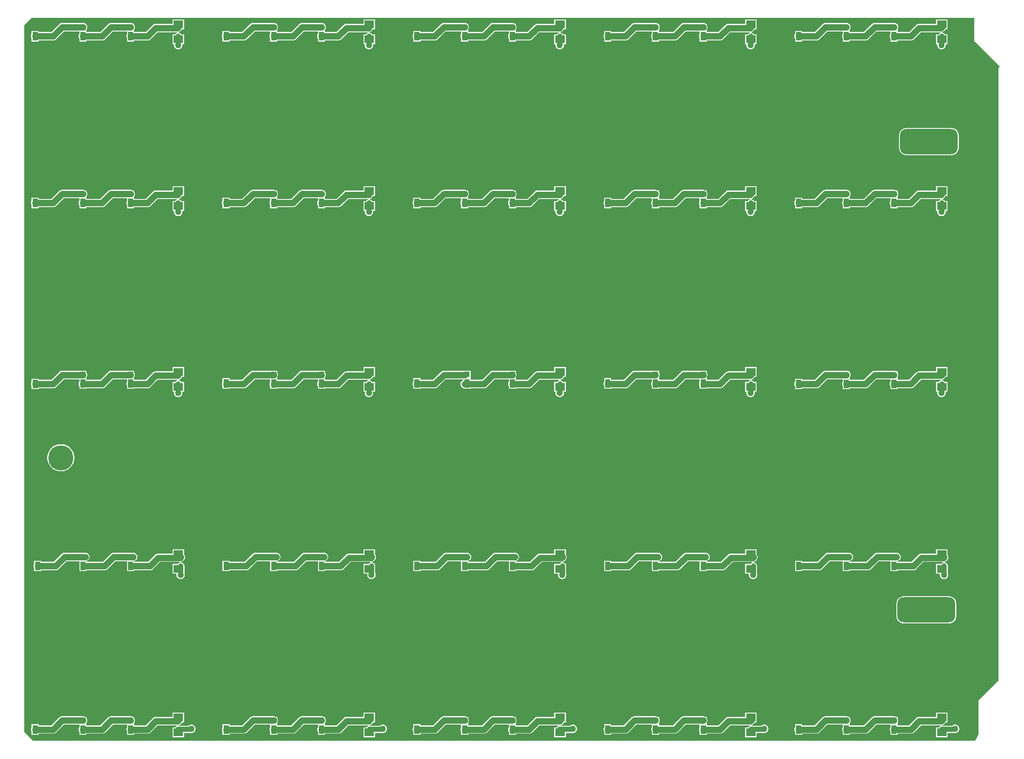
<source format=gtl>
G04*
G04 #@! TF.GenerationSoftware,Altium Limited,Altium Designer,21.9.1 (22)*
G04*
G04 Layer_Physical_Order=1*
G04 Layer_Color=255*
%FSLAX25Y25*%
%MOIN*%
G70*
G04*
G04 #@! TF.SameCoordinates,A70FD659-B22A-45BA-B102-ADB4057F9A3D*
G04*
G04*
G04 #@! TF.FilePolarity,Positive*
G04*
G01*
G75*
%ADD12R,0.03937X0.03937*%
%ADD13R,0.03937X0.06693*%
%ADD14R,0.07480X0.06102*%
%ADD20C,0.05000*%
%ADD21C,0.03937*%
G04:AMPARAMS|DCode=22|XSize=196.85mil|YSize=452.76mil|CornerRadius=49.21mil|HoleSize=0mil|Usage=FLASHONLY|Rotation=90.000|XOffset=0mil|YOffset=0mil|HoleType=Round|Shape=RoundedRectangle|*
%AMROUNDEDRECTD22*
21,1,0.19685,0.35433,0,0,90.0*
21,1,0.09843,0.45276,0,0,90.0*
1,1,0.09843,0.17717,0.04921*
1,1,0.09843,0.17717,-0.04921*
1,1,0.09843,-0.17717,-0.04921*
1,1,0.09843,-0.17717,0.04921*
%
%ADD22ROUNDEDRECTD22*%
%ADD23C,0.19685*%
%ADD24C,0.05000*%
G36*
X857000Y1051500D02*
X876961Y1031539D01*
Y1030892D01*
X875000Y1030500D01*
X876293D01*
X876293Y1030500D01*
X876500Y1030000D01*
X876000Y1029500D01*
Y550000D01*
X860500Y534500D01*
Y507681D01*
X858089Y503089D01*
X857567Y502567D01*
X119317D01*
X112539Y509345D01*
Y719461D01*
Y850961D01*
X112539Y1063710D01*
X118183Y1069355D01*
X857000Y1069355D01*
Y1051500D01*
D02*
G37*
%LPC*%
G36*
X836158Y1068169D02*
X827102D01*
Y1064816D01*
X813925D01*
X813067Y1064703D01*
X812267Y1064371D01*
X811581Y1063845D01*
X806032Y1058296D01*
X796984D01*
Y1059114D01*
X796984Y1059114D01*
Y1059311D01*
X796984D01*
X796984Y1059614D01*
Y1060258D01*
X797100Y1060409D01*
X797431Y1061209D01*
X797544Y1062067D01*
X797431Y1062925D01*
X797100Y1063725D01*
X796984Y1063875D01*
Y1064823D01*
X796037D01*
X795886Y1064939D01*
X795086Y1065270D01*
X794228Y1065383D01*
X778992D01*
X778134Y1065270D01*
X777334Y1064939D01*
X776648Y1064412D01*
X770532Y1058296D01*
X759583D01*
Y1059114D01*
X759583Y1059114D01*
Y1059311D01*
X759583D01*
X759583Y1059614D01*
Y1060258D01*
X759698Y1060409D01*
X760030Y1061209D01*
X760143Y1062067D01*
X760030Y1062925D01*
X759698Y1063725D01*
X759583Y1063875D01*
Y1064823D01*
X758635D01*
X758485Y1064939D01*
X757685Y1065270D01*
X756827Y1065383D01*
X740492D01*
X739634Y1065270D01*
X738834Y1064939D01*
X738147Y1064412D01*
X732032Y1058296D01*
X722181D01*
Y1059114D01*
X716669D01*
Y1056789D01*
X716554Y1056638D01*
X716222Y1055838D01*
X716109Y1054980D01*
X716222Y1054122D01*
X716554Y1053322D01*
X716669Y1053172D01*
Y1050846D01*
X722181D01*
Y1051665D01*
X733405D01*
X734264Y1051777D01*
X735063Y1052109D01*
X735750Y1052636D01*
X741865Y1058751D01*
X754071D01*
Y1056789D01*
X753955Y1056638D01*
X753624Y1055838D01*
X753511Y1054980D01*
X753624Y1054122D01*
X753955Y1053322D01*
X754071Y1053172D01*
Y1050846D01*
X759583D01*
Y1051665D01*
X771906D01*
X772764Y1051777D01*
X773563Y1052109D01*
X774250Y1052636D01*
X780366Y1058751D01*
X791472D01*
Y1056789D01*
X791357Y1056638D01*
X791026Y1055838D01*
X790913Y1054980D01*
X791026Y1054122D01*
X791357Y1053322D01*
X791472Y1053172D01*
Y1050846D01*
X796984D01*
Y1051665D01*
X807405D01*
X808264Y1051777D01*
X809063Y1052109D01*
X809750Y1052636D01*
X815299Y1058184D01*
X830635D01*
X830735Y1057684D01*
X830240Y1057479D01*
X829664Y1057038D01*
X829294Y1056555D01*
X827102D01*
Y1048878D01*
X827846D01*
X828151Y1048481D01*
X828138Y1048433D01*
Y1047567D01*
X828362Y1046731D01*
X828795Y1045982D01*
X829407Y1045369D01*
X830156Y1044937D01*
X830992Y1044713D01*
X831858D01*
X832694Y1044937D01*
X833444Y1045369D01*
X834056Y1045982D01*
X834489Y1046731D01*
X834713Y1047567D01*
Y1048433D01*
X834700Y1048481D01*
X835004Y1048878D01*
X836158D01*
Y1056555D01*
X833966D01*
X833595Y1057038D01*
X833020Y1057479D01*
X832349Y1057757D01*
X832045Y1057797D01*
X832013Y1058297D01*
X832813Y1058628D01*
X833499Y1059155D01*
X833974Y1059631D01*
X834501Y1060317D01*
X834574Y1060492D01*
X836158D01*
Y1068169D01*
D02*
G37*
G36*
X686551D02*
X677496D01*
Y1064816D01*
X664319D01*
X663461Y1064703D01*
X662661Y1064371D01*
X661974Y1063845D01*
X656426Y1058296D01*
X647378D01*
Y1059114D01*
X647378Y1059114D01*
Y1059311D01*
X647378D01*
X647378Y1059614D01*
Y1060258D01*
X647494Y1060409D01*
X647825Y1061209D01*
X647938Y1062067D01*
X647825Y1062925D01*
X647494Y1063725D01*
X647378Y1063875D01*
Y1064823D01*
X646431D01*
X646280Y1064939D01*
X645480Y1065270D01*
X644622Y1065383D01*
X629386D01*
X628528Y1065270D01*
X627728Y1064939D01*
X627041Y1064412D01*
X620926Y1058296D01*
X609976D01*
Y1059114D01*
X609976Y1059114D01*
Y1059311D01*
X609976D01*
X609976Y1059614D01*
Y1060258D01*
X610092Y1060409D01*
X610423Y1061209D01*
X610536Y1062067D01*
X610423Y1062925D01*
X610092Y1063725D01*
X609976Y1063875D01*
Y1064823D01*
X609029D01*
X608878Y1064939D01*
X608079Y1065270D01*
X607221Y1065383D01*
X590886D01*
X590028Y1065270D01*
X589228Y1064939D01*
X588541Y1064412D01*
X582426Y1058296D01*
X572575D01*
Y1059114D01*
X567063D01*
Y1056789D01*
X566947Y1056638D01*
X566616Y1055838D01*
X566503Y1054980D01*
X566616Y1054122D01*
X566947Y1053322D01*
X567063Y1053172D01*
Y1050846D01*
X572575D01*
Y1051665D01*
X583799D01*
X584657Y1051777D01*
X585457Y1052109D01*
X586144Y1052636D01*
X592259Y1058751D01*
X604465D01*
Y1056789D01*
X604349Y1056638D01*
X604018Y1055838D01*
X603905Y1054980D01*
X604018Y1054122D01*
X604349Y1053322D01*
X604465Y1053172D01*
Y1050846D01*
X609976D01*
Y1051665D01*
X622299D01*
X623157Y1051777D01*
X623957Y1052109D01*
X624644Y1052636D01*
X630759Y1058751D01*
X641866D01*
Y1056789D01*
X641750Y1056638D01*
X641419Y1055838D01*
X641306Y1054980D01*
X641419Y1054122D01*
X641750Y1053322D01*
X641866Y1053172D01*
Y1050846D01*
X647378D01*
Y1051665D01*
X657799D01*
X658657Y1051777D01*
X659457Y1052109D01*
X660144Y1052636D01*
X665692Y1058184D01*
X681029D01*
X681129Y1057684D01*
X680634Y1057479D01*
X680058Y1057038D01*
X679688Y1056555D01*
X677496D01*
Y1048878D01*
X678240D01*
X678545Y1048481D01*
X678532Y1048433D01*
Y1047567D01*
X678756Y1046731D01*
X679188Y1045982D01*
X679800Y1045369D01*
X680550Y1044937D01*
X681386Y1044713D01*
X682252D01*
X683088Y1044937D01*
X683837Y1045369D01*
X684449Y1045982D01*
X684882Y1046731D01*
X685106Y1047567D01*
Y1048433D01*
X685093Y1048481D01*
X685398Y1048878D01*
X686551D01*
Y1056555D01*
X684359D01*
X683989Y1057038D01*
X683414Y1057479D01*
X682743Y1057757D01*
X682438Y1057797D01*
X682407Y1058297D01*
X683206Y1058628D01*
X683893Y1059155D01*
X684368Y1059631D01*
X684895Y1060317D01*
X684968Y1060492D01*
X686551D01*
Y1068169D01*
D02*
G37*
G36*
X536945D02*
X527890D01*
Y1064816D01*
X514713D01*
X513854Y1064703D01*
X513055Y1064371D01*
X512368Y1063845D01*
X506819Y1058296D01*
X497772D01*
Y1059114D01*
X497772Y1059114D01*
Y1059311D01*
X497772D01*
X497772Y1059614D01*
Y1060258D01*
X497887Y1060409D01*
X498218Y1061209D01*
X498331Y1062067D01*
X498218Y1062925D01*
X497887Y1063725D01*
X497772Y1063875D01*
Y1064823D01*
X496824D01*
X496674Y1064939D01*
X495874Y1065270D01*
X495016Y1065383D01*
X479779D01*
X478921Y1065270D01*
X478122Y1064939D01*
X477435Y1064412D01*
X471319Y1058296D01*
X460370D01*
Y1059114D01*
X460370Y1059114D01*
Y1059311D01*
X460370D01*
X460370Y1059614D01*
Y1060258D01*
X460486Y1060409D01*
X460817Y1061209D01*
X460930Y1062067D01*
X460817Y1062925D01*
X460486Y1063725D01*
X460370Y1063875D01*
Y1064823D01*
X459423D01*
X459272Y1064939D01*
X458472Y1065270D01*
X457614Y1065383D01*
X441280D01*
X440421Y1065270D01*
X439622Y1064939D01*
X438935Y1064412D01*
X432820Y1058296D01*
X422968D01*
Y1059114D01*
X417457D01*
Y1056789D01*
X417341Y1056638D01*
X417010Y1055838D01*
X416897Y1054980D01*
X417010Y1054122D01*
X417341Y1053322D01*
X417457Y1053172D01*
Y1050846D01*
X422968D01*
Y1051665D01*
X434193D01*
X435051Y1051777D01*
X435851Y1052109D01*
X436538Y1052636D01*
X442653Y1058751D01*
X454858D01*
Y1056789D01*
X454743Y1056638D01*
X454411Y1055838D01*
X454298Y1054980D01*
X454411Y1054122D01*
X454743Y1053322D01*
X454858Y1053172D01*
Y1050846D01*
X460370D01*
Y1051665D01*
X472693D01*
X473551Y1051777D01*
X474351Y1052109D01*
X475037Y1052636D01*
X481153Y1058751D01*
X492260D01*
Y1056789D01*
X492144Y1056638D01*
X491813Y1055838D01*
X491700Y1054980D01*
X491813Y1054122D01*
X492144Y1053322D01*
X492260Y1053172D01*
Y1050846D01*
X497772D01*
Y1051665D01*
X508193D01*
X509051Y1051777D01*
X509851Y1052109D01*
X510537Y1052636D01*
X516086Y1058184D01*
X531423D01*
X531522Y1057684D01*
X531028Y1057479D01*
X530452Y1057038D01*
X530082Y1056555D01*
X527890D01*
Y1048878D01*
X528634D01*
X528938Y1048481D01*
X528925Y1048433D01*
Y1047567D01*
X529149Y1046731D01*
X529582Y1045982D01*
X530194Y1045369D01*
X530944Y1044937D01*
X531780Y1044713D01*
X532645D01*
X533482Y1044937D01*
X534231Y1045369D01*
X534843Y1045982D01*
X535276Y1046731D01*
X535500Y1047567D01*
Y1048433D01*
X535487Y1048481D01*
X535791Y1048878D01*
X536945D01*
Y1056555D01*
X534753D01*
X534383Y1057038D01*
X533807Y1057479D01*
X533137Y1057757D01*
X532832Y1057797D01*
X532800Y1058297D01*
X533600Y1058628D01*
X534287Y1059155D01*
X534762Y1059631D01*
X535289Y1060317D01*
X535361Y1060492D01*
X536945D01*
Y1068169D01*
D02*
G37*
G36*
X387339D02*
X378284D01*
Y1064816D01*
X365106D01*
X364248Y1064703D01*
X363448Y1064371D01*
X362762Y1063845D01*
X357213Y1058296D01*
X348165D01*
Y1059114D01*
X348165Y1059114D01*
Y1059311D01*
X348165D01*
X348165Y1059614D01*
Y1060258D01*
X348281Y1060409D01*
X348612Y1061209D01*
X348725Y1062067D01*
X348612Y1062925D01*
X348281Y1063725D01*
X348165Y1063875D01*
Y1064823D01*
X347218D01*
X347067Y1064939D01*
X346268Y1065270D01*
X345409Y1065383D01*
X330173D01*
X329315Y1065270D01*
X328515Y1064939D01*
X327829Y1064412D01*
X321713Y1058296D01*
X310764D01*
Y1059114D01*
X310764Y1059114D01*
Y1059311D01*
X310764D01*
X310764Y1059614D01*
Y1060258D01*
X310879Y1060409D01*
X311211Y1061209D01*
X311324Y1062067D01*
X311211Y1062925D01*
X310879Y1063725D01*
X310764Y1063875D01*
Y1064823D01*
X309817D01*
X309666Y1064939D01*
X308866Y1065270D01*
X308008Y1065383D01*
X291673D01*
X290815Y1065270D01*
X290015Y1064939D01*
X289329Y1064412D01*
X283213Y1058296D01*
X273362D01*
Y1059114D01*
X267850D01*
Y1056789D01*
X267735Y1056638D01*
X267404Y1055838D01*
X267290Y1054980D01*
X267404Y1054122D01*
X267735Y1053322D01*
X267850Y1053172D01*
Y1050846D01*
X273362D01*
Y1051665D01*
X284587D01*
X285445Y1051777D01*
X286245Y1052109D01*
X286931Y1052636D01*
X293047Y1058751D01*
X305252D01*
Y1056789D01*
X305136Y1056638D01*
X304805Y1055838D01*
X304692Y1054980D01*
X304805Y1054122D01*
X305136Y1053322D01*
X305252Y1053172D01*
Y1050846D01*
X310764D01*
Y1051665D01*
X323087D01*
X323945Y1051777D01*
X324745Y1052109D01*
X325431Y1052636D01*
X331547Y1058751D01*
X342653D01*
Y1056789D01*
X342538Y1056638D01*
X342207Y1055838D01*
X342094Y1054980D01*
X342207Y1054122D01*
X342538Y1053322D01*
X342653Y1053172D01*
Y1050846D01*
X348165D01*
Y1051665D01*
X358587D01*
X359445Y1051777D01*
X360244Y1052109D01*
X360931Y1052636D01*
X366480Y1058184D01*
X381817D01*
X381916Y1057684D01*
X381421Y1057479D01*
X380845Y1057038D01*
X380475Y1056555D01*
X378284D01*
Y1048878D01*
X379028D01*
X379332Y1048481D01*
X379319Y1048433D01*
Y1047567D01*
X379543Y1046731D01*
X379976Y1045982D01*
X380588Y1045369D01*
X381337Y1044937D01*
X382173Y1044713D01*
X383039D01*
X383875Y1044937D01*
X384625Y1045369D01*
X385237Y1045982D01*
X385670Y1046731D01*
X385894Y1047567D01*
Y1048433D01*
X385881Y1048481D01*
X386185Y1048878D01*
X387339D01*
Y1056555D01*
X385147D01*
X384776Y1057038D01*
X384201Y1057479D01*
X383530Y1057757D01*
X383226Y1057797D01*
X383194Y1058297D01*
X383994Y1058628D01*
X384680Y1059155D01*
X385156Y1059631D01*
X385683Y1060317D01*
X385755Y1060492D01*
X387339D01*
Y1068169D01*
D02*
G37*
G36*
X237732D02*
X228677D01*
Y1064816D01*
X215500D01*
X214642Y1064703D01*
X213842Y1064371D01*
X213155Y1063845D01*
X207607Y1058296D01*
X198559D01*
Y1059114D01*
X198559Y1059114D01*
Y1059311D01*
X198559D01*
X198559Y1059614D01*
Y1060258D01*
X198675Y1060409D01*
X199006Y1061209D01*
X199119Y1062067D01*
X199006Y1062925D01*
X198675Y1063725D01*
X198559Y1063875D01*
Y1064823D01*
X197612D01*
X197461Y1064939D01*
X196661Y1065270D01*
X195803Y1065383D01*
X180567D01*
X179709Y1065270D01*
X178909Y1064939D01*
X178222Y1064412D01*
X172107Y1058296D01*
X161158D01*
Y1059114D01*
X161158Y1059114D01*
Y1059311D01*
X161158D01*
X161158Y1059614D01*
Y1060258D01*
X161273Y1060409D01*
X161604Y1061209D01*
X161717Y1062067D01*
X161604Y1062925D01*
X161273Y1063725D01*
X161158Y1063875D01*
Y1064823D01*
X160210D01*
X160059Y1064939D01*
X159260Y1065270D01*
X158402Y1065383D01*
X142067D01*
X141209Y1065270D01*
X140409Y1064939D01*
X139722Y1064412D01*
X133607Y1058296D01*
X123756D01*
Y1059114D01*
X118244D01*
Y1056789D01*
X118129Y1056638D01*
X117797Y1055838D01*
X117684Y1054980D01*
X117797Y1054122D01*
X118129Y1053322D01*
X118244Y1053172D01*
Y1050846D01*
X123756D01*
Y1051665D01*
X134980D01*
X135838Y1051777D01*
X136638Y1052109D01*
X137325Y1052636D01*
X143440Y1058751D01*
X155646D01*
Y1056789D01*
X155530Y1056638D01*
X155199Y1055838D01*
X155086Y1054980D01*
X155199Y1054122D01*
X155530Y1053322D01*
X155646Y1053172D01*
Y1050846D01*
X161158D01*
Y1051665D01*
X173480D01*
X174338Y1051777D01*
X175138Y1052109D01*
X175825Y1052636D01*
X181940Y1058751D01*
X193047D01*
Y1056789D01*
X192932Y1056638D01*
X192600Y1055838D01*
X192487Y1054980D01*
X192600Y1054122D01*
X192932Y1053322D01*
X193047Y1053172D01*
Y1050846D01*
X198559D01*
Y1051665D01*
X208980D01*
X209839Y1051777D01*
X210638Y1052109D01*
X211325Y1052636D01*
X216873Y1058184D01*
X232210D01*
X232310Y1057684D01*
X231815Y1057479D01*
X231239Y1057038D01*
X230869Y1056555D01*
X228677D01*
Y1048878D01*
X229421D01*
X229726Y1048481D01*
X229713Y1048433D01*
Y1047567D01*
X229937Y1046731D01*
X230369Y1045982D01*
X230981Y1045369D01*
X231731Y1044937D01*
X232567Y1044713D01*
X233433D01*
X234269Y1044937D01*
X235018Y1045369D01*
X235631Y1045982D01*
X236063Y1046731D01*
X236287Y1047567D01*
Y1048433D01*
X236274Y1048481D01*
X236579Y1048878D01*
X237732D01*
Y1056555D01*
X235540D01*
X235170Y1057038D01*
X234595Y1057479D01*
X233924Y1057757D01*
X233619Y1057797D01*
X233588Y1058297D01*
X234387Y1058628D01*
X235074Y1059155D01*
X235549Y1059631D01*
X236076Y1060317D01*
X236149Y1060492D01*
X237732D01*
Y1068169D01*
D02*
G37*
G36*
X839270Y983061D02*
X803837D01*
X802347Y982865D01*
X800959Y982290D01*
X799766Y981375D01*
X798851Y980182D01*
X798276Y978794D01*
X798080Y977304D01*
Y967461D01*
X798276Y965971D01*
X798851Y964582D01*
X799766Y963389D01*
X800959Y962475D01*
X802347Y961899D01*
X803837Y961703D01*
X839270D01*
X840761Y961899D01*
X842150Y962475D01*
X843342Y963389D01*
X844257Y964582D01*
X844832Y965971D01*
X845028Y967461D01*
Y977304D01*
X844832Y978794D01*
X844257Y980182D01*
X843342Y981375D01*
X842150Y982290D01*
X840761Y982865D01*
X839270Y983061D01*
D02*
G37*
G36*
X836158Y937429D02*
X827102D01*
Y934076D01*
X813925D01*
X813067Y933963D01*
X812267Y933631D01*
X811581Y933104D01*
X806032Y927556D01*
X796984D01*
Y928374D01*
X796984Y928374D01*
Y928571D01*
X796984D01*
X796984Y928874D01*
Y929518D01*
X797100Y929669D01*
X797431Y930469D01*
X797544Y931327D01*
X797431Y932185D01*
X797100Y932985D01*
X796984Y933135D01*
Y934083D01*
X796037D01*
X795886Y934198D01*
X795086Y934530D01*
X794228Y934643D01*
X778992D01*
X778134Y934530D01*
X777334Y934198D01*
X776648Y933671D01*
X770532Y927556D01*
X759583D01*
Y928374D01*
X759583Y928374D01*
Y928571D01*
X759583D01*
X759583Y928874D01*
Y929518D01*
X759698Y929669D01*
X760030Y930469D01*
X760143Y931327D01*
X760030Y932185D01*
X759698Y932985D01*
X759583Y933135D01*
Y934083D01*
X758635D01*
X758485Y934198D01*
X757685Y934530D01*
X756827Y934643D01*
X740492D01*
X739634Y934530D01*
X738834Y934198D01*
X738147Y933671D01*
X732032Y927556D01*
X722181D01*
Y928374D01*
X716669D01*
Y926049D01*
X716554Y925898D01*
X716222Y925098D01*
X716109Y924240D01*
X716222Y923382D01*
X716554Y922582D01*
X716669Y922432D01*
Y920106D01*
X722181D01*
Y920924D01*
X733405D01*
X734264Y921037D01*
X735063Y921369D01*
X735750Y921896D01*
X741865Y928011D01*
X754071D01*
Y926049D01*
X753955Y925898D01*
X753624Y925098D01*
X753511Y924240D01*
X753624Y923382D01*
X753955Y922582D01*
X754071Y922432D01*
Y920106D01*
X759583D01*
Y920924D01*
X771906D01*
X772764Y921037D01*
X773563Y921369D01*
X774250Y921896D01*
X780366Y928011D01*
X791472D01*
Y926049D01*
X791357Y925898D01*
X791026Y925098D01*
X790913Y924240D01*
X791026Y923382D01*
X791357Y922582D01*
X791472Y922432D01*
Y920106D01*
X796984D01*
Y920924D01*
X807405D01*
X808264Y921037D01*
X809063Y921369D01*
X809750Y921896D01*
X815299Y927444D01*
X830635D01*
X830735Y926944D01*
X830240Y926739D01*
X829664Y926297D01*
X829294Y925815D01*
X827102D01*
Y918138D01*
X827846D01*
X828151Y917741D01*
X828138Y917693D01*
Y916827D01*
X828362Y915991D01*
X828795Y915241D01*
X829407Y914629D01*
X830156Y914196D01*
X830992Y913972D01*
X831858D01*
X832694Y914196D01*
X833444Y914629D01*
X834056Y915241D01*
X834489Y915991D01*
X834713Y916827D01*
Y917693D01*
X834700Y917741D01*
X835004Y918138D01*
X836158D01*
Y925815D01*
X833966D01*
X833595Y926297D01*
X833020Y926739D01*
X832349Y927017D01*
X832045Y927057D01*
X832013Y927557D01*
X832813Y927888D01*
X833499Y928415D01*
X833974Y928891D01*
X834501Y929577D01*
X834574Y929752D01*
X836158D01*
Y937429D01*
D02*
G37*
G36*
X686551D02*
X677496D01*
Y934076D01*
X664319D01*
X663461Y933963D01*
X662661Y933631D01*
X661974Y933104D01*
X656426Y927556D01*
X647378D01*
Y928374D01*
X647378Y928374D01*
Y928571D01*
X647378D01*
X647378Y928874D01*
Y929518D01*
X647494Y929669D01*
X647825Y930469D01*
X647938Y931327D01*
X647825Y932185D01*
X647494Y932985D01*
X647378Y933135D01*
Y934083D01*
X646431D01*
X646280Y934198D01*
X645480Y934530D01*
X644622Y934643D01*
X629386D01*
X628528Y934530D01*
X627728Y934198D01*
X627041Y933671D01*
X620926Y927556D01*
X609976D01*
Y928374D01*
X609976Y928374D01*
Y928571D01*
X609976D01*
X609976Y928874D01*
Y929518D01*
X610092Y929669D01*
X610423Y930469D01*
X610536Y931327D01*
X610423Y932185D01*
X610092Y932985D01*
X609976Y933135D01*
Y934083D01*
X609029D01*
X608878Y934198D01*
X608079Y934530D01*
X607221Y934643D01*
X590886D01*
X590028Y934530D01*
X589228Y934198D01*
X588541Y933671D01*
X582426Y927556D01*
X572575D01*
Y928374D01*
X567063D01*
Y926049D01*
X566947Y925898D01*
X566616Y925098D01*
X566503Y924240D01*
X566616Y923382D01*
X566947Y922582D01*
X567063Y922432D01*
Y920106D01*
X572575D01*
Y920924D01*
X583799D01*
X584657Y921037D01*
X585457Y921369D01*
X586144Y921896D01*
X592259Y928011D01*
X604465D01*
Y926049D01*
X604349Y925898D01*
X604018Y925098D01*
X603905Y924240D01*
X604018Y923382D01*
X604349Y922582D01*
X604465Y922432D01*
Y920106D01*
X609976D01*
Y920924D01*
X622299D01*
X623157Y921037D01*
X623957Y921369D01*
X624644Y921896D01*
X630759Y928011D01*
X641866D01*
Y926049D01*
X641750Y925898D01*
X641419Y925098D01*
X641306Y924240D01*
X641419Y923382D01*
X641750Y922582D01*
X641866Y922432D01*
Y920106D01*
X647378D01*
Y920924D01*
X657799D01*
X658657Y921037D01*
X659457Y921369D01*
X660144Y921896D01*
X665692Y927444D01*
X681029D01*
X681129Y926944D01*
X680634Y926739D01*
X680058Y926297D01*
X679688Y925815D01*
X677496D01*
Y918138D01*
X678240D01*
X678545Y917741D01*
X678532Y917693D01*
Y916827D01*
X678756Y915991D01*
X679188Y915241D01*
X679800Y914629D01*
X680550Y914196D01*
X681386Y913972D01*
X682252D01*
X683088Y914196D01*
X683837Y914629D01*
X684449Y915241D01*
X684882Y915991D01*
X685106Y916827D01*
Y917693D01*
X685093Y917741D01*
X685398Y918138D01*
X686551D01*
Y925815D01*
X684359D01*
X683989Y926297D01*
X683414Y926739D01*
X682743Y927017D01*
X682438Y927057D01*
X682407Y927557D01*
X683206Y927888D01*
X683893Y928415D01*
X684368Y928891D01*
X684895Y929577D01*
X684968Y929752D01*
X686551D01*
Y937429D01*
D02*
G37*
G36*
X536945D02*
X527890D01*
Y934076D01*
X514713D01*
X513854Y933963D01*
X513055Y933631D01*
X512368Y933104D01*
X506819Y927556D01*
X497772D01*
Y928374D01*
X497772Y928374D01*
Y928571D01*
X497772D01*
X497772Y928874D01*
Y929518D01*
X497887Y929669D01*
X498218Y930469D01*
X498331Y931327D01*
X498218Y932185D01*
X497887Y932985D01*
X497772Y933135D01*
Y934083D01*
X496824D01*
X496674Y934198D01*
X495874Y934530D01*
X495016Y934643D01*
X479779D01*
X478921Y934530D01*
X478122Y934198D01*
X477435Y933671D01*
X471319Y927556D01*
X460370D01*
Y928374D01*
X460370Y928374D01*
Y928571D01*
X460370D01*
X460370Y928874D01*
Y929518D01*
X460486Y929669D01*
X460817Y930469D01*
X460930Y931327D01*
X460817Y932185D01*
X460486Y932985D01*
X460370Y933135D01*
Y934083D01*
X459423D01*
X459272Y934198D01*
X458472Y934530D01*
X457614Y934643D01*
X441280D01*
X440421Y934530D01*
X439622Y934198D01*
X438935Y933671D01*
X432820Y927556D01*
X422968D01*
Y928374D01*
X417457D01*
Y926049D01*
X417341Y925898D01*
X417010Y925098D01*
X416897Y924240D01*
X417010Y923382D01*
X417341Y922582D01*
X417457Y922432D01*
Y920106D01*
X422968D01*
Y920924D01*
X434193D01*
X435051Y921037D01*
X435851Y921369D01*
X436538Y921896D01*
X442653Y928011D01*
X454858D01*
Y926049D01*
X454743Y925898D01*
X454411Y925098D01*
X454298Y924240D01*
X454411Y923382D01*
X454743Y922582D01*
X454858Y922432D01*
Y920106D01*
X460370D01*
Y920924D01*
X472693D01*
X473551Y921037D01*
X474351Y921369D01*
X475037Y921896D01*
X481153Y928011D01*
X492260D01*
Y926049D01*
X492144Y925898D01*
X491813Y925098D01*
X491700Y924240D01*
X491813Y923382D01*
X492144Y922582D01*
X492260Y922432D01*
Y920106D01*
X497772D01*
Y920924D01*
X508193D01*
X509051Y921037D01*
X509851Y921369D01*
X510537Y921896D01*
X516086Y927444D01*
X531423D01*
X531522Y926944D01*
X531028Y926739D01*
X530452Y926297D01*
X530082Y925815D01*
X527890D01*
Y918138D01*
X528634D01*
X528938Y917741D01*
X528925Y917693D01*
Y916827D01*
X529149Y915991D01*
X529582Y915241D01*
X530194Y914629D01*
X530944Y914196D01*
X531780Y913972D01*
X532645D01*
X533482Y914196D01*
X534231Y914629D01*
X534843Y915241D01*
X535276Y915991D01*
X535500Y916827D01*
Y917693D01*
X535487Y917741D01*
X535791Y918138D01*
X536945D01*
Y925815D01*
X534753D01*
X534383Y926297D01*
X533807Y926739D01*
X533137Y927017D01*
X532832Y927057D01*
X532800Y927557D01*
X533600Y927888D01*
X534287Y928415D01*
X534762Y928891D01*
X535289Y929577D01*
X535361Y929752D01*
X536945D01*
Y937429D01*
D02*
G37*
G36*
X387339D02*
X378284D01*
Y934076D01*
X365106D01*
X364248Y933963D01*
X363448Y933631D01*
X362762Y933104D01*
X357213Y927556D01*
X348165D01*
Y928374D01*
X348165Y928374D01*
Y928571D01*
X348165D01*
X348165Y928874D01*
Y929518D01*
X348281Y929669D01*
X348612Y930469D01*
X348725Y931327D01*
X348612Y932185D01*
X348281Y932985D01*
X348165Y933135D01*
Y934083D01*
X347218D01*
X347067Y934198D01*
X346268Y934530D01*
X345409Y934643D01*
X330173D01*
X329315Y934530D01*
X328515Y934198D01*
X327829Y933671D01*
X321713Y927556D01*
X310764D01*
Y928374D01*
X310764Y928374D01*
Y928571D01*
X310764D01*
X310764Y928874D01*
Y929518D01*
X310879Y929669D01*
X311211Y930469D01*
X311324Y931327D01*
X311211Y932185D01*
X310879Y932985D01*
X310764Y933135D01*
Y934083D01*
X309817D01*
X309666Y934198D01*
X308866Y934530D01*
X308008Y934643D01*
X291673D01*
X290815Y934530D01*
X290015Y934198D01*
X289329Y933671D01*
X283213Y927556D01*
X273362D01*
Y928374D01*
X267850D01*
Y926049D01*
X267735Y925898D01*
X267404Y925098D01*
X267290Y924240D01*
X267404Y923382D01*
X267735Y922582D01*
X267850Y922432D01*
Y920106D01*
X273362D01*
Y920924D01*
X284587D01*
X285445Y921037D01*
X286245Y921369D01*
X286931Y921896D01*
X293047Y928011D01*
X305252D01*
Y926049D01*
X305136Y925898D01*
X304805Y925098D01*
X304692Y924240D01*
X304805Y923382D01*
X305136Y922582D01*
X305252Y922432D01*
Y920106D01*
X310764D01*
Y920924D01*
X323087D01*
X323945Y921037D01*
X324745Y921369D01*
X325431Y921896D01*
X331547Y928011D01*
X342653D01*
Y926049D01*
X342538Y925898D01*
X342207Y925098D01*
X342094Y924240D01*
X342207Y923382D01*
X342538Y922582D01*
X342653Y922432D01*
Y920106D01*
X348165D01*
Y920924D01*
X358587D01*
X359445Y921037D01*
X360244Y921369D01*
X360931Y921896D01*
X366480Y927444D01*
X381817D01*
X381916Y926944D01*
X381421Y926739D01*
X380845Y926297D01*
X380475Y925815D01*
X378284D01*
Y918138D01*
X379028D01*
X379332Y917741D01*
X379319Y917693D01*
Y916827D01*
X379543Y915991D01*
X379976Y915241D01*
X380588Y914629D01*
X381337Y914196D01*
X382173Y913972D01*
X383039D01*
X383875Y914196D01*
X384625Y914629D01*
X385237Y915241D01*
X385670Y915991D01*
X385894Y916827D01*
Y917693D01*
X385881Y917741D01*
X386185Y918138D01*
X387339D01*
Y925815D01*
X385147D01*
X384776Y926297D01*
X384201Y926739D01*
X383530Y927017D01*
X383226Y927057D01*
X383194Y927557D01*
X383994Y927888D01*
X384680Y928415D01*
X385156Y928891D01*
X385683Y929577D01*
X385755Y929752D01*
X387339D01*
Y937429D01*
D02*
G37*
G36*
X237732D02*
X228677D01*
Y934076D01*
X215500D01*
X214642Y933963D01*
X213842Y933631D01*
X213155Y933104D01*
X207607Y927556D01*
X198559D01*
Y928374D01*
X198559Y928374D01*
Y928571D01*
X198559D01*
X198559Y928874D01*
Y929518D01*
X198675Y929669D01*
X199006Y930469D01*
X199119Y931327D01*
X199006Y932185D01*
X198675Y932985D01*
X198559Y933135D01*
Y934083D01*
X197612D01*
X197461Y934198D01*
X196661Y934530D01*
X195803Y934643D01*
X180567D01*
X179709Y934530D01*
X178909Y934198D01*
X178222Y933671D01*
X172107Y927556D01*
X161158D01*
Y928374D01*
X161158Y928374D01*
Y928571D01*
X161158D01*
X161158Y928874D01*
Y929518D01*
X161273Y929669D01*
X161604Y930469D01*
X161717Y931327D01*
X161604Y932185D01*
X161273Y932985D01*
X161158Y933135D01*
Y934083D01*
X160210D01*
X160059Y934198D01*
X159260Y934530D01*
X158402Y934643D01*
X142067D01*
X141209Y934530D01*
X140409Y934198D01*
X139722Y933671D01*
X133607Y927556D01*
X123756D01*
Y928374D01*
X118244D01*
Y926049D01*
X118129Y925898D01*
X117797Y925098D01*
X117684Y924240D01*
X117797Y923382D01*
X118129Y922582D01*
X118244Y922432D01*
Y920106D01*
X123756D01*
Y920924D01*
X134980D01*
X135838Y921037D01*
X136638Y921369D01*
X137325Y921896D01*
X143440Y928011D01*
X155646D01*
Y926049D01*
X155530Y925898D01*
X155199Y925098D01*
X155086Y924240D01*
X155199Y923382D01*
X155530Y922582D01*
X155646Y922432D01*
Y920106D01*
X161158D01*
Y920924D01*
X173480D01*
X174338Y921037D01*
X175138Y921369D01*
X175825Y921896D01*
X181940Y928011D01*
X193047D01*
Y926049D01*
X192932Y925898D01*
X192600Y925098D01*
X192487Y924240D01*
X192600Y923382D01*
X192932Y922582D01*
X193047Y922432D01*
Y920106D01*
X198559D01*
Y920924D01*
X208980D01*
X209839Y921037D01*
X210638Y921369D01*
X211325Y921896D01*
X216873Y927444D01*
X232210D01*
X232310Y926944D01*
X231815Y926739D01*
X231239Y926297D01*
X230869Y925815D01*
X228677D01*
Y918138D01*
X229421D01*
X229726Y917741D01*
X229713Y917693D01*
Y916827D01*
X229937Y915991D01*
X230369Y915241D01*
X230981Y914629D01*
X231731Y914196D01*
X232567Y913972D01*
X233433D01*
X234269Y914196D01*
X235018Y914629D01*
X235631Y915241D01*
X236063Y915991D01*
X236287Y916827D01*
Y917693D01*
X236274Y917741D01*
X236579Y918138D01*
X237732D01*
Y925815D01*
X235540D01*
X235170Y926297D01*
X234595Y926739D01*
X233924Y927017D01*
X233619Y927057D01*
X233588Y927557D01*
X234387Y927888D01*
X235074Y928415D01*
X235549Y928891D01*
X236076Y929577D01*
X236149Y929752D01*
X237732D01*
Y937429D01*
D02*
G37*
G36*
X836158Y795606D02*
X827102D01*
Y792253D01*
X813925D01*
X813067Y792140D01*
X812267Y791809D01*
X811581Y791282D01*
X806032Y785733D01*
X796984D01*
Y786551D01*
X796984Y786551D01*
Y786748D01*
X796984D01*
X796984Y787051D01*
Y787695D01*
X797100Y787846D01*
X797431Y788646D01*
X797544Y789504D01*
X797431Y790362D01*
X797100Y791162D01*
X796984Y791313D01*
Y792260D01*
X796037D01*
X795886Y792376D01*
X795086Y792707D01*
X794228Y792820D01*
X778992D01*
X778134Y792707D01*
X777334Y792376D01*
X776648Y791849D01*
X770532Y785733D01*
X759583D01*
Y786551D01*
X759583Y786551D01*
Y786748D01*
X759583D01*
X759583Y787051D01*
Y787695D01*
X759698Y787846D01*
X760030Y788646D01*
X760143Y789504D01*
X760030Y790362D01*
X759698Y791162D01*
X759583Y791313D01*
Y792260D01*
X758635D01*
X758485Y792376D01*
X757685Y792707D01*
X756827Y792820D01*
X740492D01*
X739634Y792707D01*
X738834Y792376D01*
X738147Y791849D01*
X732032Y785733D01*
X722181D01*
Y786551D01*
X716669D01*
Y784226D01*
X716554Y784075D01*
X716222Y783276D01*
X716109Y782417D01*
X716222Y781559D01*
X716554Y780759D01*
X716669Y780609D01*
Y778284D01*
X722181D01*
Y779102D01*
X733405D01*
X734264Y779214D01*
X735063Y779546D01*
X735750Y780073D01*
X741865Y786188D01*
X754071D01*
Y784226D01*
X753955Y784075D01*
X753624Y783276D01*
X753511Y782417D01*
X753624Y781559D01*
X753955Y780759D01*
X754071Y780609D01*
Y778284D01*
X759583D01*
Y779102D01*
X771906D01*
X772764Y779214D01*
X773563Y779546D01*
X774250Y780073D01*
X780366Y786188D01*
X791472D01*
Y784226D01*
X791357Y784075D01*
X791026Y783276D01*
X790913Y782417D01*
X791026Y781559D01*
X791357Y780759D01*
X791472Y780609D01*
Y778284D01*
X796984D01*
Y779102D01*
X807405D01*
X808264Y779214D01*
X809063Y779546D01*
X809750Y780073D01*
X815299Y785621D01*
X830635D01*
X830735Y785121D01*
X830240Y784916D01*
X829664Y784475D01*
X829294Y783992D01*
X827102D01*
Y776315D01*
X827846D01*
X828151Y775918D01*
X828138Y775870D01*
Y775004D01*
X828362Y774168D01*
X828795Y773419D01*
X829407Y772806D01*
X830156Y772374D01*
X830992Y772150D01*
X831858D01*
X832694Y772374D01*
X833444Y772806D01*
X834056Y773419D01*
X834489Y774168D01*
X834713Y775004D01*
Y775870D01*
X834700Y775918D01*
X835004Y776315D01*
X836158D01*
Y783992D01*
X833966D01*
X833595Y784475D01*
X833020Y784916D01*
X832349Y785194D01*
X832045Y785234D01*
X832013Y785734D01*
X832813Y786065D01*
X833499Y786592D01*
X833974Y787068D01*
X834501Y787754D01*
X834574Y787929D01*
X836158D01*
Y795606D01*
D02*
G37*
G36*
X686551D02*
X677496D01*
Y792253D01*
X664319D01*
X663461Y792140D01*
X662661Y791809D01*
X661974Y791282D01*
X656426Y785733D01*
X647378D01*
Y786945D01*
X647378Y786945D01*
Y787142D01*
X647378D01*
X647378Y787695D01*
X647494Y787846D01*
X647825Y788646D01*
X647938Y789504D01*
X647825Y790362D01*
X647494Y791162D01*
X647378Y791313D01*
Y792654D01*
X645609D01*
X645480Y792707D01*
X644622Y792820D01*
X629386D01*
X628528Y792707D01*
X627728Y792376D01*
X627041Y791849D01*
X620926Y785733D01*
X609976D01*
Y786945D01*
X609976Y786945D01*
Y787142D01*
X609976D01*
X609976Y787695D01*
X610092Y787846D01*
X610423Y788646D01*
X610536Y789504D01*
X610423Y790362D01*
X610092Y791162D01*
X609976Y791313D01*
Y792654D01*
X608207D01*
X608079Y792707D01*
X607221Y792820D01*
X590886D01*
X590028Y792707D01*
X589228Y792376D01*
X588541Y791849D01*
X582426Y785733D01*
X572575D01*
Y786945D01*
X567063D01*
Y784226D01*
X566947Y784075D01*
X566616Y783276D01*
X566503Y782417D01*
X566616Y781559D01*
X566947Y780759D01*
X567063Y780609D01*
Y778677D01*
X572575D01*
Y779102D01*
X583799D01*
X584657Y779214D01*
X585457Y779546D01*
X586144Y780073D01*
X592259Y786188D01*
X604465D01*
Y784226D01*
X604349Y784075D01*
X604018Y783276D01*
X603905Y782417D01*
X604018Y781559D01*
X604349Y780759D01*
X604465Y780609D01*
Y778677D01*
X609976D01*
Y779102D01*
X622299D01*
X623157Y779214D01*
X623957Y779546D01*
X624644Y780073D01*
X630759Y786188D01*
X641866D01*
Y784226D01*
X641750Y784075D01*
X641419Y783276D01*
X641306Y782417D01*
X641419Y781559D01*
X641750Y780759D01*
X641866Y780609D01*
Y778677D01*
X647378D01*
Y779102D01*
X657799D01*
X658657Y779214D01*
X659457Y779546D01*
X660144Y780073D01*
X665692Y785621D01*
X681029D01*
X681129Y785121D01*
X680634Y784916D01*
X680058Y784475D01*
X679688Y783992D01*
X677496D01*
Y776315D01*
X678240D01*
X678545Y775918D01*
X678532Y775870D01*
Y775004D01*
X678756Y774168D01*
X679188Y773419D01*
X679800Y772806D01*
X680550Y772374D01*
X681386Y772150D01*
X682252D01*
X683088Y772374D01*
X683837Y772806D01*
X684449Y773419D01*
X684882Y774168D01*
X685106Y775004D01*
Y775870D01*
X685093Y775918D01*
X685398Y776315D01*
X686551D01*
Y783992D01*
X684359D01*
X683989Y784475D01*
X683414Y784916D01*
X682743Y785194D01*
X682438Y785234D01*
X682407Y785734D01*
X683206Y786065D01*
X683893Y786592D01*
X684368Y787068D01*
X684895Y787754D01*
X684968Y787929D01*
X686551D01*
Y795606D01*
D02*
G37*
G36*
X536945D02*
X527890D01*
Y792253D01*
X514713D01*
X513854Y792140D01*
X513055Y791809D01*
X512368Y791282D01*
X506819Y785733D01*
X497772D01*
Y786945D01*
X497772Y786945D01*
Y787142D01*
X497772D01*
X497772Y787695D01*
X497887Y787846D01*
X498218Y788646D01*
X498331Y789504D01*
X498218Y790362D01*
X497887Y791162D01*
X497772Y791313D01*
Y792654D01*
X496002D01*
X495874Y792707D01*
X495016Y792820D01*
X479779D01*
X478921Y792707D01*
X478122Y792376D01*
X477435Y791849D01*
X471319Y785733D01*
X462339D01*
Y786945D01*
X462339Y786945D01*
Y787142D01*
X462339D01*
X462339Y787445D01*
Y792654D01*
X458601D01*
X458472Y792707D01*
X457614Y792820D01*
X441280D01*
X440421Y792707D01*
X439622Y792376D01*
X438935Y791849D01*
X432820Y785733D01*
X422968D01*
Y786945D01*
X417457D01*
Y784226D01*
X417341Y784075D01*
X417010Y783276D01*
X416897Y782417D01*
X417010Y781559D01*
X417341Y780759D01*
X417457Y780609D01*
Y778677D01*
X422968D01*
Y779102D01*
X434193D01*
X435051Y779214D01*
X435851Y779546D01*
X436538Y780073D01*
X442653Y786188D01*
X456827D01*
Y785629D01*
X456756Y785620D01*
X455956Y785289D01*
X455270Y784762D01*
X454743Y784075D01*
X454411Y783276D01*
X454298Y782417D01*
X454411Y781559D01*
X454743Y780759D01*
X455270Y780073D01*
X455956Y779546D01*
X456756Y779214D01*
X456827Y779205D01*
Y778677D01*
X462339D01*
Y779102D01*
X472693D01*
X473551Y779214D01*
X474351Y779546D01*
X475037Y780073D01*
X481153Y786188D01*
X492260D01*
Y784226D01*
X492144Y784075D01*
X491813Y783276D01*
X491700Y782417D01*
X491813Y781559D01*
X492144Y780759D01*
X492260Y780609D01*
Y778677D01*
X497772D01*
Y779102D01*
X508193D01*
X509051Y779214D01*
X509851Y779546D01*
X510537Y780073D01*
X516086Y785621D01*
X531423D01*
X531522Y785121D01*
X531028Y784916D01*
X530452Y784475D01*
X530082Y783992D01*
X527890D01*
Y776315D01*
X528634D01*
X528938Y775918D01*
X528925Y775870D01*
Y775004D01*
X529149Y774168D01*
X529582Y773419D01*
X530194Y772806D01*
X530944Y772374D01*
X531780Y772150D01*
X532645D01*
X533482Y772374D01*
X534231Y772806D01*
X534843Y773419D01*
X535276Y774168D01*
X535500Y775004D01*
Y775870D01*
X535487Y775918D01*
X535791Y776315D01*
X536945D01*
Y783992D01*
X534753D01*
X534383Y784475D01*
X533807Y784916D01*
X533137Y785194D01*
X532832Y785234D01*
X532800Y785734D01*
X533600Y786065D01*
X534287Y786592D01*
X534762Y787068D01*
X535289Y787754D01*
X535361Y787929D01*
X536945D01*
Y795606D01*
D02*
G37*
G36*
X387339D02*
X378284D01*
Y792253D01*
X365106D01*
X364248Y792140D01*
X363448Y791809D01*
X362762Y791282D01*
X357213Y785733D01*
X348165D01*
Y786945D01*
X348165Y786945D01*
Y787142D01*
X348165D01*
X348165Y787695D01*
X348281Y787846D01*
X348612Y788646D01*
X348725Y789504D01*
X348612Y790362D01*
X348281Y791162D01*
X348165Y791313D01*
Y792654D01*
X346396D01*
X346268Y792707D01*
X345409Y792820D01*
X330173D01*
X329315Y792707D01*
X328515Y792376D01*
X327829Y791849D01*
X321713Y785733D01*
X310764D01*
Y786945D01*
X310764Y786945D01*
Y787142D01*
X310764D01*
X310764Y787695D01*
X310879Y787846D01*
X311211Y788646D01*
X311324Y789504D01*
X311211Y790362D01*
X310879Y791162D01*
X310764Y791313D01*
Y792654D01*
X308995D01*
X308866Y792707D01*
X308008Y792820D01*
X291673D01*
X290815Y792707D01*
X290015Y792376D01*
X289329Y791849D01*
X283213Y785733D01*
X273362D01*
Y786945D01*
X267850D01*
Y784226D01*
X267735Y784075D01*
X267404Y783276D01*
X267290Y782417D01*
X267404Y781559D01*
X267735Y780759D01*
X267850Y780609D01*
Y778677D01*
X273362D01*
Y779102D01*
X284587D01*
X285445Y779214D01*
X286245Y779546D01*
X286931Y780073D01*
X293047Y786188D01*
X305252D01*
Y784226D01*
X305136Y784075D01*
X304805Y783276D01*
X304692Y782417D01*
X304805Y781559D01*
X305136Y780759D01*
X305252Y780609D01*
Y778677D01*
X310764D01*
Y779102D01*
X323087D01*
X323945Y779214D01*
X324745Y779546D01*
X325431Y780073D01*
X331547Y786188D01*
X342653D01*
Y784226D01*
X342538Y784075D01*
X342207Y783276D01*
X342094Y782417D01*
X342207Y781559D01*
X342538Y780759D01*
X342653Y780609D01*
Y778677D01*
X348165D01*
Y779102D01*
X358587D01*
X359445Y779214D01*
X360244Y779546D01*
X360931Y780073D01*
X366480Y785621D01*
X381817D01*
X381916Y785121D01*
X381421Y784916D01*
X380845Y784475D01*
X380475Y783992D01*
X378284D01*
Y776315D01*
X379028D01*
X379332Y775918D01*
X379319Y775870D01*
Y775004D01*
X379543Y774168D01*
X379976Y773419D01*
X380588Y772806D01*
X381337Y772374D01*
X382173Y772150D01*
X383039D01*
X383875Y772374D01*
X384625Y772806D01*
X385237Y773419D01*
X385670Y774168D01*
X385894Y775004D01*
Y775870D01*
X385881Y775918D01*
X386185Y776315D01*
X387339D01*
Y783992D01*
X385147D01*
X384776Y784475D01*
X384201Y784916D01*
X383530Y785194D01*
X383226Y785234D01*
X383194Y785734D01*
X383994Y786065D01*
X384680Y786592D01*
X385156Y787068D01*
X385683Y787754D01*
X385755Y787929D01*
X387339D01*
Y795606D01*
D02*
G37*
G36*
X237732D02*
X228677D01*
Y792253D01*
X215500D01*
X214642Y792140D01*
X213842Y791809D01*
X213155Y791282D01*
X207607Y785733D01*
X198559D01*
Y786945D01*
X198559Y786945D01*
Y787142D01*
X198559D01*
X198559Y787695D01*
X198675Y787846D01*
X199006Y788646D01*
X199119Y789504D01*
X199006Y790362D01*
X198675Y791162D01*
X198559Y791313D01*
Y792654D01*
X196790D01*
X196661Y792707D01*
X195803Y792820D01*
X180567D01*
X179709Y792707D01*
X178909Y792376D01*
X178222Y791849D01*
X172107Y785733D01*
X161158D01*
Y786945D01*
X161158Y786945D01*
Y787142D01*
X161158D01*
X161158Y787695D01*
X161273Y787846D01*
X161604Y788646D01*
X161717Y789504D01*
X161604Y790362D01*
X161273Y791162D01*
X161158Y791313D01*
Y792654D01*
X159388D01*
X159260Y792707D01*
X158402Y792820D01*
X142067D01*
X141209Y792707D01*
X140409Y792376D01*
X139722Y791849D01*
X133607Y785733D01*
X123756D01*
Y786551D01*
X118244D01*
Y784226D01*
X118129Y784075D01*
X117797Y783276D01*
X117684Y782417D01*
X117797Y781559D01*
X118129Y780759D01*
X118244Y780609D01*
Y778284D01*
X123756D01*
Y779102D01*
X134980D01*
X135838Y779214D01*
X136638Y779546D01*
X137325Y780073D01*
X143440Y786188D01*
X155646D01*
Y784226D01*
X155530Y784075D01*
X155199Y783276D01*
X155086Y782417D01*
X155199Y781559D01*
X155530Y780759D01*
X155646Y780609D01*
Y778677D01*
X161158D01*
Y779102D01*
X173480D01*
X174338Y779214D01*
X175138Y779546D01*
X175825Y780073D01*
X181940Y786188D01*
X193047D01*
Y784226D01*
X192932Y784075D01*
X192600Y783276D01*
X192487Y782417D01*
X192600Y781559D01*
X192932Y780759D01*
X193047Y780609D01*
Y778677D01*
X198559D01*
Y779102D01*
X208980D01*
X209839Y779214D01*
X210638Y779546D01*
X211325Y780073D01*
X216873Y785621D01*
X232210D01*
X232310Y785121D01*
X231815Y784916D01*
X231239Y784475D01*
X230869Y783992D01*
X228677D01*
Y776315D01*
X229421D01*
X229726Y775918D01*
X229713Y775870D01*
Y775004D01*
X229937Y774168D01*
X230369Y773419D01*
X230981Y772806D01*
X231731Y772374D01*
X232567Y772150D01*
X233433D01*
X234269Y772374D01*
X235018Y772806D01*
X235631Y773419D01*
X236063Y774168D01*
X236287Y775004D01*
Y775870D01*
X236274Y775918D01*
X236579Y776315D01*
X237732D01*
Y783992D01*
X235540D01*
X235170Y784475D01*
X234595Y784916D01*
X233924Y785194D01*
X233619Y785234D01*
X233588Y785734D01*
X234387Y786065D01*
X235074Y786592D01*
X235549Y787068D01*
X236076Y787754D01*
X236149Y787929D01*
X237732D01*
Y795606D01*
D02*
G37*
G36*
X141954Y735184D02*
X140281D01*
X138629Y734922D01*
X137037Y734405D01*
X135547Y733645D01*
X134193Y732662D01*
X133010Y731479D01*
X132026Y730125D01*
X131267Y728635D01*
X130750Y727043D01*
X130488Y725391D01*
Y723717D01*
X130750Y722065D01*
X131267Y720473D01*
X132026Y718983D01*
X133010Y717629D01*
X134193Y716446D01*
X135547Y715462D01*
X137037Y714703D01*
X138629Y714186D01*
X140281Y713924D01*
X141954D01*
X143607Y714186D01*
X145198Y714703D01*
X146689Y715462D01*
X148043Y716446D01*
X149226Y717629D01*
X150209Y718983D01*
X150969Y720473D01*
X151486Y722065D01*
X151748Y723717D01*
Y725391D01*
X151486Y727043D01*
X150969Y728635D01*
X150209Y730125D01*
X149226Y731479D01*
X148043Y732662D01*
X146689Y733645D01*
X145198Y734405D01*
X143607Y734922D01*
X141954Y735184D01*
D02*
G37*
G36*
X836158Y652890D02*
X827102D01*
Y649536D01*
X815882D01*
X815024Y649423D01*
X814224Y649092D01*
X813537Y648565D01*
X807989Y643017D01*
X796984D01*
Y643577D01*
X797043Y643585D01*
X797843Y643916D01*
X798530Y644443D01*
X799057Y645129D01*
X799388Y645929D01*
X799501Y646787D01*
X799388Y647646D01*
X799057Y648445D01*
X798530Y649132D01*
X797843Y649659D01*
X797043Y649990D01*
X796185Y650103D01*
X780949D01*
X780091Y649990D01*
X779291Y649659D01*
X778604Y649132D01*
X772489Y643017D01*
X759583D01*
Y643577D01*
X759642Y643585D01*
X760441Y643916D01*
X761128Y644443D01*
X761655Y645129D01*
X761986Y645929D01*
X762099Y646787D01*
X761986Y647646D01*
X761655Y648445D01*
X761128Y649132D01*
X760441Y649659D01*
X759642Y649990D01*
X758783Y650103D01*
X742449D01*
X741591Y649990D01*
X740791Y649659D01*
X740104Y649132D01*
X733989Y643017D01*
X722181D01*
Y643835D01*
X716669D01*
Y635567D01*
X722181D01*
Y636385D01*
X735362D01*
X736220Y636498D01*
X737020Y636829D01*
X737707Y637356D01*
X743822Y643472D01*
X754071D01*
Y635567D01*
X759583D01*
Y636385D01*
X773862D01*
X774720Y636498D01*
X775520Y636829D01*
X776207Y637356D01*
X782322Y643472D01*
X791472D01*
Y635567D01*
X796984D01*
Y636385D01*
X809362D01*
X810220Y636498D01*
X811020Y636829D01*
X811707Y637356D01*
X817255Y642905D01*
X832592D01*
X832691Y642405D01*
X832197Y642200D01*
X831621Y641758D01*
X831251Y641276D01*
X827102D01*
Y633598D01*
X829803D01*
X830107Y633202D01*
X830095Y633153D01*
Y632288D01*
X830319Y631452D01*
X830751Y630702D01*
X831363Y630090D01*
X832113Y629657D01*
X832949Y629433D01*
X833815D01*
X834651Y629657D01*
X835400Y630090D01*
X836012Y630702D01*
X836445Y631452D01*
X836669Y632288D01*
Y633153D01*
X836445Y633989D01*
X836366Y634126D01*
Y639792D01*
X836272Y640512D01*
X836158Y640787D01*
Y641276D01*
X835922D01*
X835552Y641758D01*
X834976Y642200D01*
X834306Y642478D01*
X834001Y642518D01*
X833970Y643018D01*
X834769Y643349D01*
X835456Y643876D01*
X835931Y644351D01*
X836458Y645038D01*
X836789Y645837D01*
X836902Y646696D01*
X836789Y647554D01*
X836458Y648354D01*
X836158Y648745D01*
Y652890D01*
D02*
G37*
G36*
X686551D02*
X677496D01*
Y649536D01*
X666276D01*
X665417Y649423D01*
X664618Y649092D01*
X663931Y648565D01*
X658383Y643017D01*
X647378D01*
Y643577D01*
X647437Y643585D01*
X648237Y643916D01*
X648923Y644443D01*
X649450Y645129D01*
X649782Y645929D01*
X649895Y646787D01*
X649782Y647646D01*
X649450Y648445D01*
X648923Y649132D01*
X648237Y649659D01*
X647437Y649990D01*
X646579Y650103D01*
X631343D01*
X630484Y649990D01*
X629685Y649659D01*
X628998Y649132D01*
X622883Y643017D01*
X609976D01*
Y643577D01*
X610035Y643585D01*
X610835Y643916D01*
X611522Y644443D01*
X612049Y645129D01*
X612380Y645929D01*
X612493Y646787D01*
X612380Y647646D01*
X612049Y648445D01*
X611522Y649132D01*
X610835Y649659D01*
X610035Y649990D01*
X609177Y650103D01*
X592842D01*
X591984Y649990D01*
X591185Y649659D01*
X590498Y649132D01*
X584382Y643017D01*
X572575D01*
Y643835D01*
X567063D01*
Y635567D01*
X572575D01*
Y636385D01*
X585756D01*
X586614Y636498D01*
X587414Y636829D01*
X588100Y637356D01*
X594216Y643472D01*
X604465D01*
Y635567D01*
X609976D01*
Y636385D01*
X624256D01*
X625114Y636498D01*
X625914Y636829D01*
X626601Y637356D01*
X632716Y643472D01*
X641866D01*
Y635567D01*
X647378D01*
Y636385D01*
X659756D01*
X660614Y636498D01*
X661414Y636829D01*
X662101Y637356D01*
X667649Y642905D01*
X682986D01*
X683085Y642405D01*
X682590Y642200D01*
X682015Y641758D01*
X681645Y641276D01*
X677496D01*
Y633598D01*
X680197D01*
X680501Y633202D01*
X680488Y633153D01*
Y632288D01*
X680712Y631452D01*
X681145Y630702D01*
X681757Y630090D01*
X682507Y629657D01*
X683343Y629433D01*
X684208D01*
X685044Y629657D01*
X685794Y630090D01*
X686406Y630702D01*
X686839Y631452D01*
X687063Y632288D01*
Y633153D01*
X686839Y633989D01*
X686760Y634126D01*
Y639792D01*
X686665Y640512D01*
X686551Y640787D01*
Y641276D01*
X686316D01*
X685946Y641758D01*
X685370Y642200D01*
X684700Y642478D01*
X684395Y642518D01*
X684363Y643018D01*
X685163Y643349D01*
X685850Y643876D01*
X686325Y644351D01*
X686852Y645038D01*
X687183Y645837D01*
X687296Y646696D01*
X687183Y647554D01*
X686852Y648354D01*
X686551Y648745D01*
Y652890D01*
D02*
G37*
G36*
X536945D02*
X527890D01*
Y649536D01*
X516669D01*
X515811Y649423D01*
X515011Y649092D01*
X514325Y648565D01*
X508776Y643017D01*
X497772D01*
Y643577D01*
X497831Y643585D01*
X498630Y643916D01*
X499317Y644443D01*
X499844Y645129D01*
X500175Y645929D01*
X500288Y646787D01*
X500175Y647646D01*
X499844Y648445D01*
X499317Y649132D01*
X498630Y649659D01*
X497831Y649990D01*
X496972Y650103D01*
X481736D01*
X480878Y649990D01*
X480078Y649659D01*
X479392Y649132D01*
X473276Y643017D01*
X460370D01*
Y643577D01*
X460429Y643585D01*
X461229Y643916D01*
X461915Y644443D01*
X462442Y645129D01*
X462774Y645929D01*
X462887Y646787D01*
X462774Y647646D01*
X462442Y648445D01*
X461915Y649132D01*
X461229Y649659D01*
X460429Y649990D01*
X459571Y650103D01*
X443236D01*
X442378Y649990D01*
X441578Y649659D01*
X440892Y649132D01*
X434776Y643017D01*
X422968D01*
Y643835D01*
X417457D01*
Y635567D01*
X422968D01*
Y636385D01*
X436150D01*
X437008Y636498D01*
X437808Y636829D01*
X438494Y637356D01*
X444610Y643472D01*
X454858D01*
Y635567D01*
X460370D01*
Y636385D01*
X474650D01*
X475508Y636498D01*
X476307Y636829D01*
X476994Y637356D01*
X483110Y643472D01*
X492260D01*
Y635567D01*
X497772D01*
Y636385D01*
X510150D01*
X511008Y636498D01*
X511807Y636829D01*
X512494Y637356D01*
X518043Y642905D01*
X533380D01*
X533479Y642405D01*
X532984Y642200D01*
X532409Y641758D01*
X532038Y641276D01*
X527890D01*
Y633598D01*
X530590D01*
X530895Y633202D01*
X530882Y633153D01*
Y632288D01*
X531106Y631452D01*
X531539Y630702D01*
X532151Y630090D01*
X532900Y629657D01*
X533737Y629433D01*
X534602D01*
X535438Y629657D01*
X536188Y630090D01*
X536800Y630702D01*
X537233Y631452D01*
X537457Y632288D01*
Y633153D01*
X537233Y633989D01*
X537154Y634126D01*
Y639792D01*
X537059Y640512D01*
X536945Y640787D01*
Y641276D01*
X536710D01*
X536340Y641758D01*
X535764Y642200D01*
X535093Y642478D01*
X534789Y642518D01*
X534757Y643018D01*
X535557Y643349D01*
X536243Y643876D01*
X536719Y644351D01*
X537246Y645038D01*
X537577Y645837D01*
X537690Y646696D01*
X537577Y647554D01*
X537246Y648354D01*
X536945Y648745D01*
Y652890D01*
D02*
G37*
G36*
X387339D02*
X378284D01*
Y649536D01*
X367063D01*
X366205Y649423D01*
X365405Y649092D01*
X364718Y648565D01*
X359170Y643017D01*
X348165D01*
Y643577D01*
X348224Y643585D01*
X349024Y643916D01*
X349711Y644443D01*
X350238Y645129D01*
X350569Y645929D01*
X350682Y646787D01*
X350569Y647646D01*
X350238Y648445D01*
X349711Y649132D01*
X349024Y649659D01*
X348224Y649990D01*
X347366Y650103D01*
X332130D01*
X331272Y649990D01*
X330472Y649659D01*
X329785Y649132D01*
X323670Y643017D01*
X310764D01*
Y643577D01*
X310823Y643585D01*
X311622Y643916D01*
X312309Y644443D01*
X312836Y645129D01*
X313167Y645929D01*
X313280Y646787D01*
X313167Y647646D01*
X312836Y648445D01*
X312309Y649132D01*
X311622Y649659D01*
X310823Y649990D01*
X309965Y650103D01*
X293630D01*
X292772Y649990D01*
X291972Y649659D01*
X291285Y649132D01*
X285170Y643017D01*
X273362D01*
Y643835D01*
X267850D01*
Y635567D01*
X273362D01*
Y636385D01*
X286543D01*
X287402Y636498D01*
X288201Y636829D01*
X288888Y637356D01*
X295003Y643472D01*
X305252D01*
Y635567D01*
X310764D01*
Y636385D01*
X325043D01*
X325902Y636498D01*
X326701Y636829D01*
X327388Y637356D01*
X333503Y643472D01*
X342653D01*
Y635567D01*
X348165D01*
Y636385D01*
X360543D01*
X361402Y636498D01*
X362201Y636829D01*
X362888Y637356D01*
X368436Y642905D01*
X383773D01*
X383873Y642405D01*
X383378Y642200D01*
X382802Y641758D01*
X382432Y641276D01*
X378284D01*
Y633598D01*
X380984D01*
X381289Y633202D01*
X381276Y633153D01*
Y632288D01*
X381500Y631452D01*
X381932Y630702D01*
X382544Y630090D01*
X383294Y629657D01*
X384130Y629433D01*
X384996D01*
X385832Y629657D01*
X386581Y630090D01*
X387194Y630702D01*
X387626Y631452D01*
X387850Y632288D01*
Y633153D01*
X387626Y633989D01*
X387547Y634126D01*
Y639792D01*
X387453Y640512D01*
X387339Y640787D01*
Y641276D01*
X387103D01*
X386733Y641758D01*
X386157Y642200D01*
X385487Y642478D01*
X385182Y642518D01*
X385151Y643018D01*
X385950Y643349D01*
X386637Y643876D01*
X387112Y644351D01*
X387639Y645038D01*
X387970Y645837D01*
X388084Y646696D01*
X387970Y647554D01*
X387639Y648354D01*
X387339Y648745D01*
Y652890D01*
D02*
G37*
G36*
X237732D02*
X228677D01*
Y649536D01*
X217457D01*
X216599Y649423D01*
X215799Y649092D01*
X215112Y648565D01*
X209564Y643017D01*
X198559D01*
Y643577D01*
X198618Y643585D01*
X199418Y643916D01*
X200104Y644443D01*
X200631Y645129D01*
X200963Y645929D01*
X201076Y646787D01*
X200963Y647646D01*
X200631Y648445D01*
X200104Y649132D01*
X199418Y649659D01*
X198618Y649990D01*
X197760Y650103D01*
X182524D01*
X181665Y649990D01*
X180866Y649659D01*
X180179Y649132D01*
X174064Y643017D01*
X161158D01*
Y643577D01*
X161216Y643585D01*
X162016Y643916D01*
X162703Y644443D01*
X163230Y645129D01*
X163561Y645929D01*
X163674Y646787D01*
X163561Y647646D01*
X163230Y648445D01*
X162703Y649132D01*
X162016Y649659D01*
X161216Y649990D01*
X160358Y650103D01*
X144024D01*
X143165Y649990D01*
X142366Y649659D01*
X141679Y649132D01*
X135564Y643017D01*
X125713D01*
Y643835D01*
X120201D01*
Y641509D01*
X120085Y641359D01*
X119754Y640559D01*
X119641Y639701D01*
X119754Y638843D01*
X120085Y638043D01*
X120201Y637892D01*
Y635567D01*
X125713D01*
Y636385D01*
X136937D01*
X137795Y636498D01*
X138595Y636829D01*
X139282Y637356D01*
X145397Y643472D01*
X155646D01*
Y635567D01*
X161158D01*
Y636385D01*
X175437D01*
X176295Y636498D01*
X177095Y636829D01*
X177782Y637356D01*
X183897Y643472D01*
X193047D01*
Y635567D01*
X198559D01*
Y636385D01*
X210937D01*
X211795Y636498D01*
X212595Y636829D01*
X213282Y637356D01*
X218830Y642905D01*
X234167D01*
X234266Y642405D01*
X233772Y642200D01*
X233196Y641758D01*
X232826Y641276D01*
X228677D01*
Y633598D01*
X231378D01*
X231682Y633202D01*
X231669Y633153D01*
Y632288D01*
X231893Y631452D01*
X232326Y630702D01*
X232938Y630090D01*
X233688Y629657D01*
X234524Y629433D01*
X235389D01*
X236226Y629657D01*
X236975Y630090D01*
X237587Y630702D01*
X238020Y631452D01*
X238244Y632288D01*
Y633153D01*
X238020Y633989D01*
X237941Y634126D01*
Y639792D01*
X237846Y640512D01*
X237732Y640787D01*
Y641276D01*
X237497D01*
X237127Y641758D01*
X236551Y642200D01*
X235881Y642478D01*
X235576Y642518D01*
X235544Y643018D01*
X236344Y643349D01*
X237031Y643876D01*
X237506Y644351D01*
X238033Y645038D01*
X238364Y645837D01*
X238477Y646696D01*
X238364Y647554D01*
X238033Y648354D01*
X237732Y648745D01*
Y652890D01*
D02*
G37*
G36*
X837295Y615957D02*
X801862D01*
X800372Y615761D01*
X798983Y615186D01*
X797791Y614271D01*
X796876Y613078D01*
X796301Y611690D01*
X796104Y610199D01*
Y600357D01*
X796301Y598867D01*
X796876Y597478D01*
X797791Y596285D01*
X798983Y595370D01*
X800372Y594795D01*
X801862Y594599D01*
X837295D01*
X838786Y594795D01*
X840174Y595370D01*
X841367Y596285D01*
X842282Y597478D01*
X842857Y598867D01*
X843053Y600357D01*
Y610199D01*
X842857Y611690D01*
X842282Y613078D01*
X841367Y614271D01*
X840174Y615186D01*
X838786Y615761D01*
X837295Y615957D01*
D02*
G37*
G36*
X836158Y524744D02*
X827102D01*
Y521391D01*
X813925D01*
X813067Y521278D01*
X812267Y520946D01*
X811581Y520419D01*
X806032Y514871D01*
X796984D01*
Y515689D01*
X796984Y515689D01*
Y515886D01*
X796984D01*
X796984Y516189D01*
Y516833D01*
X797100Y516984D01*
X797431Y517784D01*
X797544Y518642D01*
X797431Y519500D01*
X797100Y520300D01*
X796984Y520450D01*
Y521398D01*
X796037D01*
X795886Y521513D01*
X795086Y521844D01*
X794228Y521957D01*
X778992D01*
X778134Y521844D01*
X777334Y521513D01*
X776648Y520986D01*
X770532Y514871D01*
X759583D01*
Y515689D01*
X759583Y515689D01*
Y515886D01*
X759583D01*
X759583Y516189D01*
Y516833D01*
X759698Y516984D01*
X760030Y517784D01*
X760143Y518642D01*
X760030Y519500D01*
X759698Y520300D01*
X759583Y520450D01*
Y521398D01*
X758635D01*
X758485Y521513D01*
X757685Y521844D01*
X756827Y521957D01*
X740492D01*
X739634Y521844D01*
X738834Y521513D01*
X738147Y520986D01*
X732032Y514871D01*
X722181D01*
Y515689D01*
X716669D01*
Y513364D01*
X716554Y513213D01*
X716222Y512413D01*
X716109Y511555D01*
X716222Y510697D01*
X716554Y509897D01*
X716669Y509747D01*
Y507421D01*
X722181D01*
Y508239D01*
X733405D01*
X734264Y508352D01*
X735063Y508684D01*
X735750Y509210D01*
X741865Y515326D01*
X754071D01*
Y513364D01*
X753955Y513213D01*
X753624Y512413D01*
X753511Y511555D01*
X753624Y510697D01*
X753955Y509897D01*
X754071Y509747D01*
Y507421D01*
X759583D01*
Y508239D01*
X771906D01*
X772764Y508352D01*
X773563Y508684D01*
X774250Y509210D01*
X780366Y515326D01*
X791472D01*
Y513364D01*
X791357Y513213D01*
X791026Y512413D01*
X790913Y511555D01*
X791026Y510697D01*
X791357Y509897D01*
X791472Y509747D01*
Y507421D01*
X796984D01*
Y508239D01*
X807405D01*
X808264Y508352D01*
X809063Y508684D01*
X809750Y509210D01*
X815299Y514759D01*
X830710D01*
X830810Y514259D01*
X830315Y514054D01*
X829739Y513612D01*
X829369Y513130D01*
X827102D01*
Y505453D01*
X836158D01*
Y508867D01*
X840990D01*
X841567Y508713D01*
X842433D01*
X843269Y508937D01*
X844018Y509369D01*
X844631Y509981D01*
X845063Y510731D01*
X845287Y511567D01*
Y512433D01*
X845063Y513269D01*
X844631Y514018D01*
X844018Y514631D01*
X843269Y515063D01*
X842433Y515287D01*
X841567D01*
X840731Y515063D01*
X839981Y514631D01*
X839777Y514427D01*
X832244D01*
X832144Y514926D01*
X832813Y515203D01*
X833499Y515730D01*
X833974Y516205D01*
X834501Y516892D01*
X834574Y517067D01*
X836158D01*
Y524744D01*
D02*
G37*
G36*
X686551D02*
X677496D01*
Y521391D01*
X664319D01*
X663461Y521278D01*
X662661Y520946D01*
X661974Y520419D01*
X656426Y514871D01*
X647378D01*
Y515689D01*
X647378Y515689D01*
Y515886D01*
X647378D01*
X647378Y516189D01*
Y516833D01*
X647494Y516984D01*
X647825Y517784D01*
X647938Y518642D01*
X647825Y519500D01*
X647494Y520300D01*
X647378Y520450D01*
Y521398D01*
X646431D01*
X646280Y521513D01*
X645480Y521844D01*
X644622Y521957D01*
X629386D01*
X628528Y521844D01*
X627728Y521513D01*
X627041Y520986D01*
X620926Y514871D01*
X609976D01*
Y515689D01*
X609976Y515689D01*
Y515886D01*
X609976D01*
X609976Y516189D01*
Y516833D01*
X610092Y516984D01*
X610423Y517784D01*
X610536Y518642D01*
X610423Y519500D01*
X610092Y520300D01*
X609976Y520450D01*
Y521398D01*
X609029D01*
X608878Y521513D01*
X608079Y521844D01*
X607221Y521957D01*
X590886D01*
X590028Y521844D01*
X589228Y521513D01*
X588541Y520986D01*
X582426Y514871D01*
X572575D01*
Y515689D01*
X567063D01*
Y513364D01*
X566947Y513213D01*
X566616Y512413D01*
X566503Y511555D01*
X566616Y510697D01*
X566947Y509897D01*
X567063Y509747D01*
Y507421D01*
X572575D01*
Y508239D01*
X583799D01*
X584657Y508352D01*
X585457Y508684D01*
X586144Y509210D01*
X592259Y515326D01*
X604465D01*
Y513364D01*
X604349Y513213D01*
X604018Y512413D01*
X603905Y511555D01*
X604018Y510697D01*
X604349Y509897D01*
X604465Y509747D01*
Y507421D01*
X609976D01*
Y508239D01*
X622299D01*
X623157Y508352D01*
X623957Y508684D01*
X624644Y509210D01*
X630759Y515326D01*
X641866D01*
Y513364D01*
X641750Y513213D01*
X641419Y512413D01*
X641306Y511555D01*
X641419Y510697D01*
X641750Y509897D01*
X641866Y509747D01*
Y507421D01*
X647378D01*
Y508239D01*
X657799D01*
X658657Y508352D01*
X659457Y508684D01*
X660144Y509210D01*
X665692Y514759D01*
X681210D01*
X681310Y514259D01*
X680815Y514054D01*
X680239Y513612D01*
X679869Y513130D01*
X677496D01*
Y505453D01*
X686551D01*
Y508867D01*
X691490D01*
X692067Y508713D01*
X692933D01*
X693769Y508937D01*
X694519Y509369D01*
X695131Y509981D01*
X695563Y510731D01*
X695787Y511567D01*
Y512433D01*
X695563Y513269D01*
X695131Y514018D01*
X694519Y514631D01*
X693769Y515063D01*
X692933Y515287D01*
X692067D01*
X691231Y515063D01*
X690482Y514631D01*
X690277Y514427D01*
X682638D01*
X682538Y514926D01*
X683206Y515203D01*
X683893Y515730D01*
X684368Y516205D01*
X684895Y516892D01*
X684968Y517067D01*
X686551D01*
Y524744D01*
D02*
G37*
G36*
X536945D02*
X527890D01*
Y521391D01*
X514713D01*
X513854Y521278D01*
X513055Y520946D01*
X512368Y520419D01*
X506819Y514871D01*
X497772D01*
Y515689D01*
X497772Y515689D01*
Y515886D01*
X497772D01*
X497772Y516189D01*
Y516833D01*
X497887Y516984D01*
X498218Y517784D01*
X498331Y518642D01*
X498218Y519500D01*
X497887Y520300D01*
X497772Y520450D01*
Y521398D01*
X496824D01*
X496674Y521513D01*
X495874Y521844D01*
X495016Y521957D01*
X479779D01*
X478921Y521844D01*
X478122Y521513D01*
X477435Y520986D01*
X471319Y514871D01*
X460370D01*
Y515689D01*
X460370Y515689D01*
Y515886D01*
X460370D01*
X460370Y516189D01*
Y516833D01*
X460486Y516984D01*
X460817Y517784D01*
X460930Y518642D01*
X460817Y519500D01*
X460486Y520300D01*
X460370Y520450D01*
Y521398D01*
X459423D01*
X459272Y521513D01*
X458472Y521844D01*
X457614Y521957D01*
X441280D01*
X440421Y521844D01*
X439622Y521513D01*
X438935Y520986D01*
X432820Y514871D01*
X422968D01*
Y515689D01*
X417457D01*
Y513364D01*
X417341Y513213D01*
X417010Y512413D01*
X416897Y511555D01*
X417010Y510697D01*
X417341Y509897D01*
X417457Y509747D01*
Y507421D01*
X422968D01*
Y508239D01*
X434193D01*
X435051Y508352D01*
X435851Y508684D01*
X436538Y509210D01*
X442653Y515326D01*
X454858D01*
Y513364D01*
X454743Y513213D01*
X454411Y512413D01*
X454298Y511555D01*
X454411Y510697D01*
X454743Y509897D01*
X454858Y509747D01*
Y507421D01*
X460370D01*
Y508239D01*
X472693D01*
X473551Y508352D01*
X474351Y508684D01*
X475037Y509210D01*
X481153Y515326D01*
X492260D01*
Y513364D01*
X492144Y513213D01*
X491813Y512413D01*
X491700Y511555D01*
X491813Y510697D01*
X492144Y509897D01*
X492260Y509747D01*
Y507421D01*
X497772D01*
Y508239D01*
X508193D01*
X509051Y508352D01*
X509851Y508684D01*
X510537Y509210D01*
X516086Y514759D01*
X531210D01*
X531310Y514259D01*
X530815Y514054D01*
X530239Y513612D01*
X529869Y513130D01*
X527890D01*
Y505453D01*
X536945D01*
Y508867D01*
X541490D01*
X542067Y508713D01*
X542933D01*
X543769Y508937D01*
X544519Y509369D01*
X545131Y509981D01*
X545563Y510731D01*
X545787Y511567D01*
Y512433D01*
X545563Y513269D01*
X545131Y514018D01*
X544519Y514631D01*
X543769Y515063D01*
X542933Y515287D01*
X542067D01*
X541231Y515063D01*
X540482Y514631D01*
X540277Y514427D01*
X533031D01*
X532932Y514926D01*
X533600Y515203D01*
X534287Y515730D01*
X534762Y516205D01*
X535289Y516892D01*
X535361Y517067D01*
X536945D01*
Y524744D01*
D02*
G37*
G36*
X387339D02*
X378284D01*
Y521391D01*
X365106D01*
X364248Y521278D01*
X363448Y520946D01*
X362762Y520419D01*
X357213Y514871D01*
X348165D01*
Y515689D01*
X348165Y515689D01*
Y515886D01*
X348165D01*
X348165Y516189D01*
Y516833D01*
X348281Y516984D01*
X348612Y517784D01*
X348725Y518642D01*
X348612Y519500D01*
X348281Y520300D01*
X348165Y520450D01*
Y521398D01*
X347218D01*
X347067Y521513D01*
X346268Y521844D01*
X345409Y521957D01*
X330173D01*
X329315Y521844D01*
X328515Y521513D01*
X327829Y520986D01*
X321713Y514871D01*
X310764D01*
Y515689D01*
X310764Y515689D01*
Y515886D01*
X310764D01*
X310764Y516189D01*
Y516833D01*
X310879Y516984D01*
X311211Y517784D01*
X311324Y518642D01*
X311211Y519500D01*
X310879Y520300D01*
X310764Y520450D01*
Y521398D01*
X309817D01*
X309666Y521513D01*
X308866Y521844D01*
X308008Y521957D01*
X291673D01*
X290815Y521844D01*
X290015Y521513D01*
X289329Y520986D01*
X283213Y514871D01*
X273362D01*
Y515689D01*
X267850D01*
Y513364D01*
X267735Y513213D01*
X267404Y512413D01*
X267290Y511555D01*
X267404Y510697D01*
X267735Y509897D01*
X267850Y509747D01*
Y507421D01*
X273362D01*
Y508239D01*
X284587D01*
X285445Y508352D01*
X286245Y508684D01*
X286931Y509210D01*
X293047Y515326D01*
X305252D01*
Y513364D01*
X305136Y513213D01*
X304805Y512413D01*
X304692Y511555D01*
X304805Y510697D01*
X305136Y509897D01*
X305252Y509747D01*
Y507421D01*
X310764D01*
Y508239D01*
X323087D01*
X323945Y508352D01*
X324745Y508684D01*
X325431Y509210D01*
X331547Y515326D01*
X342653D01*
Y513364D01*
X342538Y513213D01*
X342207Y512413D01*
X342094Y511555D01*
X342207Y510697D01*
X342538Y509897D01*
X342653Y509747D01*
Y507421D01*
X348165D01*
Y508239D01*
X358587D01*
X359445Y508352D01*
X360244Y508684D01*
X360931Y509210D01*
X366480Y514759D01*
X382210D01*
X382310Y514259D01*
X381815Y514054D01*
X381239Y513612D01*
X380869Y513130D01*
X378284D01*
Y505453D01*
X387339D01*
Y508867D01*
X392490D01*
X393067Y508713D01*
X393933D01*
X394769Y508937D01*
X395518Y509369D01*
X396131Y509981D01*
X396563Y510731D01*
X396787Y511567D01*
Y512433D01*
X396563Y513269D01*
X396131Y514018D01*
X395518Y514631D01*
X394769Y515063D01*
X393933Y515287D01*
X393067D01*
X392231Y515063D01*
X391481Y514631D01*
X391277Y514427D01*
X383425D01*
X383326Y514926D01*
X383994Y515203D01*
X384680Y515730D01*
X385156Y516205D01*
X385683Y516892D01*
X385755Y517067D01*
X387339D01*
Y524744D01*
D02*
G37*
G36*
X237732D02*
X228677D01*
Y521391D01*
X215500D01*
X214642Y521278D01*
X213842Y520946D01*
X213155Y520419D01*
X207607Y514871D01*
X198559D01*
Y515689D01*
X198559Y515689D01*
Y515886D01*
X198559D01*
X198559Y516189D01*
Y516833D01*
X198675Y516984D01*
X199006Y517784D01*
X199119Y518642D01*
X199006Y519500D01*
X198675Y520300D01*
X198559Y520450D01*
Y521398D01*
X197612D01*
X197461Y521513D01*
X196661Y521844D01*
X195803Y521957D01*
X180567D01*
X179709Y521844D01*
X178909Y521513D01*
X178222Y520986D01*
X172107Y514871D01*
X161158D01*
Y515689D01*
X161158Y515689D01*
Y515886D01*
X161158D01*
X161158Y516189D01*
Y516833D01*
X161273Y516984D01*
X161604Y517784D01*
X161717Y518642D01*
X161604Y519500D01*
X161273Y520300D01*
X161158Y520450D01*
Y521398D01*
X160210D01*
X160059Y521513D01*
X159260Y521844D01*
X158402Y521957D01*
X142067D01*
X141209Y521844D01*
X140409Y521513D01*
X139722Y520986D01*
X133607Y514871D01*
X123756D01*
Y515689D01*
X118244D01*
Y513364D01*
X118129Y513213D01*
X117797Y512413D01*
X117684Y511555D01*
X117797Y510697D01*
X118129Y509897D01*
X118244Y509747D01*
Y507421D01*
X123756D01*
Y508239D01*
X134980D01*
X135838Y508352D01*
X136638Y508684D01*
X137325Y509210D01*
X143440Y515326D01*
X155646D01*
Y513364D01*
X155530Y513213D01*
X155199Y512413D01*
X155086Y511555D01*
X155199Y510697D01*
X155530Y509897D01*
X155646Y509747D01*
Y507421D01*
X161158D01*
Y508239D01*
X173480D01*
X174338Y508352D01*
X175138Y508684D01*
X175825Y509210D01*
X181940Y515326D01*
X193047D01*
Y513364D01*
X192932Y513213D01*
X192600Y512413D01*
X192487Y511555D01*
X192600Y510697D01*
X192932Y509897D01*
X193047Y509747D01*
Y507421D01*
X198559D01*
Y508239D01*
X208980D01*
X209839Y508352D01*
X210638Y508684D01*
X211325Y509210D01*
X216873Y514759D01*
X232210D01*
X232310Y514259D01*
X231815Y514054D01*
X231239Y513612D01*
X230869Y513130D01*
X228677D01*
Y505453D01*
X237732D01*
Y508867D01*
X242490D01*
X243067Y508713D01*
X243933D01*
X244769Y508937D01*
X245518Y509369D01*
X246131Y509981D01*
X246563Y510731D01*
X246787Y511567D01*
Y512433D01*
X246563Y513269D01*
X246131Y514018D01*
X245518Y514631D01*
X244769Y515063D01*
X243933Y515287D01*
X243067D01*
X242231Y515063D01*
X241481Y514631D01*
X241277Y514427D01*
X233819D01*
X233719Y514926D01*
X234387Y515203D01*
X235074Y515730D01*
X235549Y516205D01*
X236076Y516892D01*
X236149Y517067D01*
X237732D01*
Y524744D01*
D02*
G37*
%LPD*%
D12*
X308008Y1062067D02*
D03*
X270606D02*
D03*
X121000D02*
D03*
X158402D02*
D03*
X195803D02*
D03*
X345409D02*
D03*
X794228D02*
D03*
X644622D02*
D03*
X457614D02*
D03*
X420213D02*
D03*
X719425D02*
D03*
X569819D02*
D03*
X495016D02*
D03*
X607221D02*
D03*
X756827D02*
D03*
X121000Y931327D02*
D03*
X195803D02*
D03*
X158402D02*
D03*
X308008D02*
D03*
X270606D02*
D03*
X345409D02*
D03*
X719425D02*
D03*
X644622D02*
D03*
X607221D02*
D03*
X756827D02*
D03*
X794228D02*
D03*
X569819D02*
D03*
X420213D02*
D03*
X457614D02*
D03*
X495016D02*
D03*
X794228Y518642D02*
D03*
X756827D02*
D03*
X719425D02*
D03*
X644622D02*
D03*
X607221D02*
D03*
X569819D02*
D03*
X495016D02*
D03*
X457614D02*
D03*
X420213D02*
D03*
X345409D02*
D03*
X308008D02*
D03*
X270606D02*
D03*
X195803D02*
D03*
X158402D02*
D03*
X121000D02*
D03*
X794228Y646787D02*
D03*
X756827D02*
D03*
X719425D02*
D03*
X644622D02*
D03*
X607221D02*
D03*
X569819D02*
D03*
X495016D02*
D03*
X457614D02*
D03*
X420213D02*
D03*
X345409D02*
D03*
X308008D02*
D03*
X270606D02*
D03*
X195803D02*
D03*
X158402D02*
D03*
X122957D02*
D03*
X794228Y789504D02*
D03*
X756827D02*
D03*
X719425D02*
D03*
X644622Y789898D02*
D03*
X607221D02*
D03*
X569819D02*
D03*
X495016D02*
D03*
X459583D02*
D03*
X420213D02*
D03*
X345409D02*
D03*
X308008D02*
D03*
X270606D02*
D03*
X195803D02*
D03*
X158402D02*
D03*
X121000Y789504D02*
D03*
D13*
X308008Y1054980D02*
D03*
X270606D02*
D03*
X121000D02*
D03*
X158402D02*
D03*
X195803D02*
D03*
X345409D02*
D03*
X794228D02*
D03*
X644622D02*
D03*
X457614D02*
D03*
X420213D02*
D03*
X719425D02*
D03*
X569819D02*
D03*
X495016D02*
D03*
X607221D02*
D03*
X756827D02*
D03*
X121000Y924240D02*
D03*
X195803D02*
D03*
X158402D02*
D03*
X308008D02*
D03*
X270606D02*
D03*
X345409D02*
D03*
X719425D02*
D03*
X644622D02*
D03*
X607221D02*
D03*
X756827D02*
D03*
X794228D02*
D03*
X569819D02*
D03*
X420213D02*
D03*
X457614D02*
D03*
X495016D02*
D03*
X794228Y511555D02*
D03*
X756827D02*
D03*
X719425D02*
D03*
X644622D02*
D03*
X607221D02*
D03*
X569819D02*
D03*
X495016D02*
D03*
X457614D02*
D03*
X420213D02*
D03*
X345409D02*
D03*
X308008D02*
D03*
X270606D02*
D03*
X195803D02*
D03*
X158402D02*
D03*
X121000D02*
D03*
X794228Y639701D02*
D03*
X756827D02*
D03*
X719425D02*
D03*
X644622D02*
D03*
X607221D02*
D03*
X569819D02*
D03*
X495016D02*
D03*
X457614D02*
D03*
X420213D02*
D03*
X345409D02*
D03*
X308008D02*
D03*
X270606D02*
D03*
X195803D02*
D03*
X158402D02*
D03*
X122957D02*
D03*
X794228Y782417D02*
D03*
X756827D02*
D03*
X719425D02*
D03*
X644622Y782811D02*
D03*
X607221D02*
D03*
X569819D02*
D03*
X495016D02*
D03*
X459583D02*
D03*
X420213D02*
D03*
X345409D02*
D03*
X308008D02*
D03*
X270606D02*
D03*
X195803D02*
D03*
X158402D02*
D03*
X121000Y782417D02*
D03*
D14*
X233205Y1052717D02*
D03*
Y1064331D02*
D03*
X831630Y1052717D02*
D03*
Y1064331D02*
D03*
X382811Y1052717D02*
D03*
Y1064331D02*
D03*
X682024Y1052717D02*
D03*
Y1064331D02*
D03*
X532417Y1052717D02*
D03*
Y1064331D02*
D03*
X233205Y921976D02*
D03*
Y933591D02*
D03*
X831630Y921976D02*
D03*
Y933591D02*
D03*
X532417Y921976D02*
D03*
Y933591D02*
D03*
X382811Y921976D02*
D03*
Y933591D02*
D03*
X682024Y921976D02*
D03*
Y933591D02*
D03*
X831630Y509291D02*
D03*
Y520905D02*
D03*
X682024Y509291D02*
D03*
Y520905D02*
D03*
X532417Y509291D02*
D03*
Y520905D02*
D03*
X382811Y509291D02*
D03*
Y520905D02*
D03*
X233205Y509291D02*
D03*
Y520905D02*
D03*
X831630Y637437D02*
D03*
Y649051D02*
D03*
X682024Y637437D02*
D03*
Y649051D02*
D03*
X532417Y637437D02*
D03*
Y649051D02*
D03*
X382811Y637437D02*
D03*
Y649051D02*
D03*
X233205Y637437D02*
D03*
Y649051D02*
D03*
X831630Y780154D02*
D03*
Y791768D02*
D03*
X682024Y780154D02*
D03*
Y791768D02*
D03*
X532417Y780154D02*
D03*
Y791768D02*
D03*
X382811Y780154D02*
D03*
Y791768D02*
D03*
X233205Y780154D02*
D03*
Y791768D02*
D03*
D20*
X434193Y1054980D02*
X441280Y1062067D01*
X420213Y1054980D02*
X434193D01*
X441280Y1062067D02*
X457614D01*
Y1054980D02*
X472693D01*
X382336Y1061500D02*
X382811Y1061975D01*
X365106Y1061500D02*
X382336D01*
X756827Y1054980D02*
X771906D01*
X719425D02*
X733405D01*
X740492Y1062067D01*
X756827D01*
X771906Y1054980D02*
X778992Y1062067D01*
X590886D02*
X607221D01*
X583799Y1054980D02*
X590886Y1062067D01*
X607221Y1054980D02*
X622299D01*
X629386Y1062067D01*
X531942Y1061500D02*
X532417Y1061975D01*
X514713Y1061500D02*
X531942D01*
X569819Y1054980D02*
X583799D01*
X323087D02*
X330173Y1062067D01*
X345409D01*
X308008Y1054980D02*
X323087D01*
X284587D02*
X291673Y1062067D01*
X345409Y1054980D02*
X358587D01*
X365106Y1061500D01*
X291673Y1062067D02*
X308008D01*
X813925Y1061500D02*
X831155D01*
X807405Y1054980D02*
X813925Y1061500D01*
X778992Y1062067D02*
X794228D01*
Y1054980D02*
X807405D01*
X831155Y1061500D02*
X831630Y1061975D01*
X232730Y1061500D02*
X233205Y1061975D01*
X215500Y1061500D02*
X232730D01*
X270606Y1054980D02*
X284587D01*
X472693D02*
X479779Y1062067D01*
X495016D01*
Y1054980D02*
X508193D01*
X514713Y1061500D01*
X644622Y1054980D02*
X657799D01*
X664319Y1061500D01*
X681548D01*
X629386Y1062067D02*
X644622D01*
X681548Y1061500D02*
X682024Y1061975D01*
X158402Y1054980D02*
X173480D01*
X180567Y1062067D01*
X195803D01*
Y1054980D02*
X208980D01*
X142067Y1062067D02*
X158402D01*
X134980Y1054980D02*
X142067Y1062067D01*
X208980Y1054980D02*
X215500Y1061500D01*
X121000Y1054980D02*
X134980D01*
X420213Y924240D02*
X434193D01*
X441280Y931327D02*
X457614D01*
X495016Y924240D02*
X508193D01*
X479779Y931327D02*
X495016D01*
X472693Y924240D02*
X479779Y931327D01*
X434193Y924240D02*
X441280Y931327D01*
X457614Y924240D02*
X472693D01*
X215500Y930760D02*
X232730D01*
X208980Y924240D02*
X215500Y930760D01*
X195803Y924240D02*
X208980D01*
X158402D02*
X173480D01*
X180567Y931327D01*
X195803D01*
X232730Y930760D02*
X233205Y931235D01*
X365106Y930760D02*
X382336D01*
X330173Y931327D02*
X345409D01*
Y924240D02*
X358587D01*
X365106Y930760D01*
X323087Y924240D02*
X330173Y931327D01*
X382336Y930760D02*
X382811Y931235D01*
X134980Y924240D02*
X142067Y931327D01*
X158402D01*
X291673D02*
X308008D01*
X270606Y924240D02*
X284587D01*
X291673Y931327D01*
X308008Y924240D02*
X323087D01*
X508193D02*
X514713Y930760D01*
X531942D02*
X532417Y931235D01*
X514713Y930760D02*
X531942D01*
X813925D02*
X831155D01*
X831630Y931235D01*
X807405Y924240D02*
X813925Y930760D01*
X681548D02*
X682024Y931235D01*
X644622Y924240D02*
X657799D01*
X664319Y930760D02*
X681548D01*
X657799Y924240D02*
X664319Y930760D01*
X771906Y924240D02*
X778992Y931327D01*
X794228D01*
X719425Y924240D02*
X733405D01*
X794228D02*
X807405D01*
X733405D02*
X740492Y931327D01*
X756827D01*
Y924240D02*
X771906D01*
X607221D02*
X622299D01*
X629386Y931327D01*
X583799Y924240D02*
X590886Y931327D01*
X607221D01*
X569819Y924240D02*
X583799D01*
X629386Y931327D02*
X644622D01*
X121000Y924240D02*
X134980D01*
X121000Y511555D02*
X134980D01*
X142067Y518642D01*
X158402D01*
Y511555D02*
X173480D01*
X180567Y518642D01*
X195803D01*
Y511555D02*
X208980D01*
X215500Y518075D01*
X232730D02*
X233205Y518550D01*
X215500Y518075D02*
X232730D01*
X365106D02*
X382336D01*
X382811Y518550D01*
X358587Y511555D02*
X365106Y518075D01*
X345409Y511555D02*
X358587D01*
X330173Y518642D02*
X345409D01*
X323087Y511555D02*
X330173Y518642D01*
X308008Y511555D02*
X323087D01*
X291673Y518642D02*
X308008D01*
X284587Y511555D02*
X291673Y518642D01*
X270606Y511555D02*
X284587D01*
X514713Y518075D02*
X531942D01*
X532417Y518550D01*
X508193Y511555D02*
X514713Y518075D01*
X495016Y511555D02*
X508193D01*
X479779Y518642D02*
X495016D01*
X472693Y511555D02*
X479779Y518642D01*
X457614Y511555D02*
X472693D01*
X441280Y518642D02*
X457614D01*
X434193Y511555D02*
X441280Y518642D01*
X420213Y511555D02*
X434193D01*
X664319Y518075D02*
X681548D01*
X682024Y518550D01*
X657799Y511555D02*
X664319Y518075D01*
X644622Y511555D02*
X657799D01*
X629386Y518642D02*
X644622D01*
X622299Y511555D02*
X629386Y518642D01*
X607221Y511555D02*
X622299D01*
X590886Y518642D02*
X607221D01*
X583799Y511555D02*
X590886Y518642D01*
X569819Y511555D02*
X583799D01*
X813925Y518075D02*
X831155D01*
X831630Y518550D01*
X807405Y511555D02*
X813925Y518075D01*
X794228Y511555D02*
X807405D01*
X778992Y518642D02*
X794228D01*
X771906Y511555D02*
X778992Y518642D01*
X756827Y511555D02*
X771906D01*
X740492Y518642D02*
X756827D01*
X733405Y511555D02*
X740492Y518642D01*
X719425Y511555D02*
X733405D01*
X122957Y639701D02*
X136937D01*
X144024Y646787D01*
X160358D01*
Y639701D02*
X175437D01*
X182524Y646787D01*
X197760D01*
Y639701D02*
X210937D01*
X217457Y646220D01*
X234686D02*
X235161Y646696D01*
X217457Y646220D02*
X234686D01*
X367063D02*
X384293D01*
X384768Y646696D01*
X360543Y639701D02*
X367063Y646220D01*
X347366Y639701D02*
X360543D01*
X332130Y646787D02*
X347366D01*
X325043Y639701D02*
X332130Y646787D01*
X309965Y639701D02*
X325043D01*
X293630Y646787D02*
X309965D01*
X286543Y639701D02*
X293630Y646787D01*
X272563Y639701D02*
X286543D01*
X516669Y646220D02*
X533899D01*
X534374Y646696D01*
X510150Y639701D02*
X516669Y646220D01*
X496972Y639701D02*
X510150D01*
X481736Y646787D02*
X496972D01*
X474650Y639701D02*
X481736Y646787D01*
X459571Y639701D02*
X474650D01*
X443236Y646787D02*
X459571D01*
X436150Y639701D02*
X443236Y646787D01*
X422169Y639701D02*
X436150D01*
X666276Y646220D02*
X683505D01*
X683980Y646696D01*
X659756Y639701D02*
X666276Y646220D01*
X646579Y639701D02*
X659756D01*
X631343Y646787D02*
X646579D01*
X624256Y639701D02*
X631343Y646787D01*
X609177Y639701D02*
X624256D01*
X592842Y646787D02*
X609177D01*
X585756Y639701D02*
X592842Y646787D01*
X571776Y639701D02*
X585756D01*
X815882Y646220D02*
X833111D01*
X833587Y646696D01*
X809362Y639701D02*
X815882Y646220D01*
X796185Y639701D02*
X809362D01*
X780949Y646787D02*
X796185D01*
X773862Y639701D02*
X780949Y646787D01*
X758783Y639701D02*
X773862D01*
X742449Y646787D02*
X758783D01*
X735362Y639701D02*
X742449Y646787D01*
X721382Y639701D02*
X735362D01*
X121000Y782417D02*
X134980D01*
X142067Y789504D01*
X158402D01*
Y782417D02*
X173480D01*
X180567Y789504D01*
X195803D01*
Y782417D02*
X208980D01*
X215500Y788937D01*
X232730D02*
X233205Y789412D01*
X215500Y788937D02*
X232730D01*
X365106D02*
X382336D01*
X382811Y789412D01*
X358587Y782417D02*
X365106Y788937D01*
X345409Y782417D02*
X358587D01*
X330173Y789504D02*
X345409D01*
X323087Y782417D02*
X330173Y789504D01*
X308008Y782417D02*
X323087D01*
X291673Y789504D02*
X308008D01*
X284587Y782417D02*
X291673Y789504D01*
X270606Y782417D02*
X284587D01*
X514713Y788937D02*
X531942D01*
X532417Y789412D01*
X508193Y782417D02*
X514713Y788937D01*
X495016Y782417D02*
X508193D01*
X479779Y789504D02*
X495016D01*
X472693Y782417D02*
X479779Y789504D01*
X457614Y782417D02*
X472693D01*
X441280Y789504D02*
X457614D01*
X434193Y782417D02*
X441280Y789504D01*
X420213Y782417D02*
X434193D01*
X664319Y788937D02*
X681548D01*
X682024Y789412D01*
X657799Y782417D02*
X664319Y788937D01*
X644622Y782417D02*
X657799D01*
X629386Y789504D02*
X644622D01*
X622299Y782417D02*
X629386Y789504D01*
X607221Y782417D02*
X622299D01*
X590886Y789504D02*
X607221D01*
X583799Y782417D02*
X590886Y789504D01*
X569819Y782417D02*
X583799D01*
X813925Y788937D02*
X831155D01*
X831630Y789412D01*
X807405Y782417D02*
X813925Y788937D01*
X794228Y782417D02*
X807405D01*
X778992Y789504D02*
X794228D01*
X771906Y782417D02*
X778992Y789504D01*
X756827Y782417D02*
X771906D01*
X740492Y789504D02*
X756827D01*
X733405Y782417D02*
X740492Y789504D01*
X719425Y782417D02*
X733405D01*
D21*
X382811Y1048705D02*
Y1055072D01*
X382606Y1048500D02*
X382811Y1048705D01*
X382606Y1048000D02*
Y1048500D01*
X532213Y1048000D02*
Y1048500D01*
X532417Y1048705D01*
Y1055072D01*
X831630Y1048705D02*
Y1055072D01*
Y1052717D02*
Y1055072D01*
X831425Y1048500D02*
X831630Y1048705D01*
X831425Y1048000D02*
Y1048500D01*
X233205Y1048705D02*
Y1055072D01*
X233000Y1048000D02*
Y1048500D01*
X233205Y1048705D01*
X682024D02*
Y1055072D01*
X681819Y1048500D02*
X682024Y1048705D01*
X681819Y1048000D02*
Y1048500D01*
X532213Y917760D02*
X532417Y917965D01*
Y924332D01*
X532213Y917260D02*
Y917760D01*
X831425Y917260D02*
Y917760D01*
X831630Y917965D02*
Y924332D01*
X831425Y917760D02*
X831630Y917965D01*
X681819Y917760D02*
X682024Y917965D01*
Y924332D01*
X681819Y917260D02*
Y917760D01*
X382811Y917965D02*
Y924332D01*
X233000Y917760D02*
X233205Y917965D01*
X233000Y917260D02*
Y917760D01*
X382606Y917260D02*
Y917760D01*
X382811Y917965D01*
X233205D02*
Y924332D01*
X532213Y775437D02*
Y775937D01*
X532417Y776142D01*
Y782509D01*
X384563Y632721D02*
Y633220D01*
X384768Y633425D01*
Y639792D01*
X233205Y511647D02*
X243147D01*
X243500Y512000D01*
X681819Y775437D02*
Y775937D01*
X682024Y776142D01*
Y782509D01*
X534169Y632721D02*
Y633220D01*
X534374Y633425D01*
Y639792D01*
X383205Y511647D02*
X393147D01*
X393500Y512000D01*
X841647Y511647D02*
X842000Y512000D01*
X831705Y511647D02*
X841647D01*
X692147D02*
X692500Y512000D01*
X682205Y511647D02*
X692147D01*
X542147D02*
X542500Y512000D01*
X532205Y511647D02*
X542147D01*
X235161Y633425D02*
Y639792D01*
X234957Y632721D02*
Y633220D01*
X235161Y633425D01*
X683776Y633220D02*
X683980Y633425D01*
X683776Y632721D02*
Y633220D01*
X683980Y633425D02*
Y639792D01*
X833382Y633220D02*
X833587Y633425D01*
X833382Y632721D02*
Y633220D01*
X833587Y633425D02*
Y639792D01*
X233205Y776142D02*
Y782509D01*
X233000Y775437D02*
Y775937D01*
X233205Y776142D01*
X382606Y775937D02*
X382811Y776142D01*
X382606Y775437D02*
Y775937D01*
X382811Y776142D02*
Y782509D01*
X831425Y775937D02*
X831630Y776142D01*
X831425Y775437D02*
Y775937D01*
X831630Y776142D02*
Y782509D01*
D22*
X819579Y605278D02*
D03*
X820025Y559660D02*
D03*
X822000Y1018000D02*
D03*
X821554Y972382D02*
D03*
D23*
X141118Y724554D02*
D03*
X141000Y846500D02*
D03*
D24*
X233000Y1048000D02*
D03*
X382606D02*
D03*
X681819D02*
D03*
X532213D02*
D03*
X831425D02*
D03*
X233000Y917260D02*
D03*
X382606D02*
D03*
X532213D02*
D03*
X681819D02*
D03*
X831425D02*
D03*
X532213Y775437D02*
D03*
X384563Y632721D02*
D03*
X243500Y512000D02*
D03*
X681819Y775437D02*
D03*
X534169Y632721D02*
D03*
X393500Y512000D02*
D03*
X842000D02*
D03*
X692500D02*
D03*
X542500D02*
D03*
X234957Y632721D02*
D03*
X683776D02*
D03*
X833382D02*
D03*
X233000Y775437D02*
D03*
X382606D02*
D03*
X831425D02*
D03*
M02*

</source>
